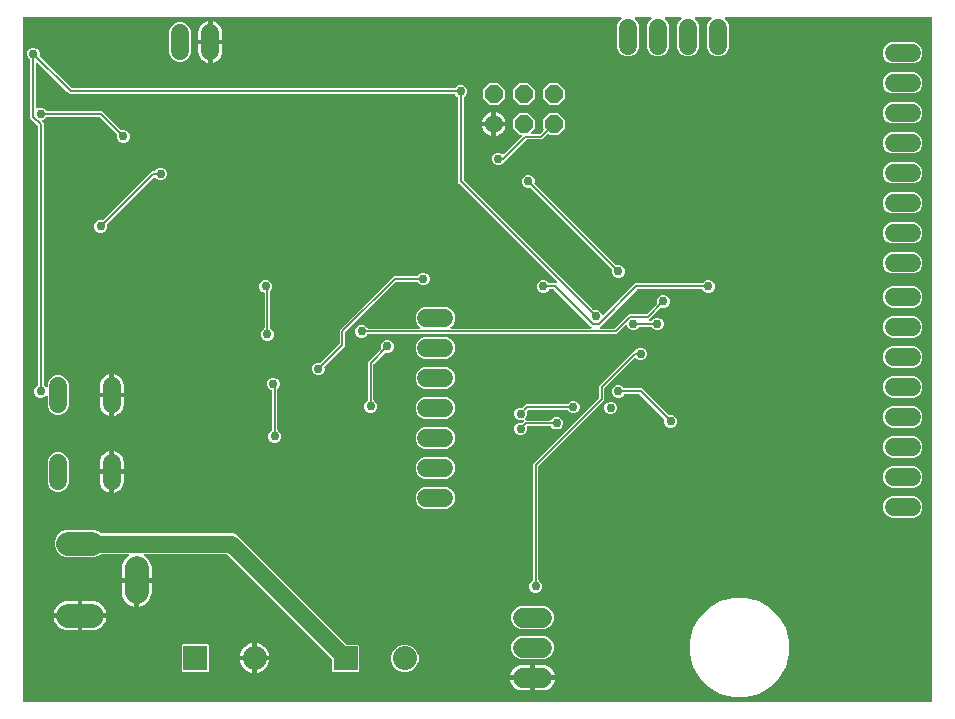
<source format=gbr>
G04 EAGLE Gerber RS-274X export*
G75*
%MOMM*%
%FSLAX34Y34*%
%LPD*%
%INBottom Copper*%
%IPPOS*%
%AMOC8*
5,1,8,0,0,1.08239X$1,22.5*%
G01*
%ADD10C,2.000000*%
%ADD11C,1.524000*%
%ADD12C,1.524000*%
%ADD13P,1.649562X8X22.500000*%
%ADD14C,1.676400*%
%ADD15R,2.032000X2.032000*%
%ADD16C,2.032000*%
%ADD17C,0.756400*%
%ADD18C,0.152400*%
%ADD19C,0.200000*%
%ADD20C,1.422400*%

G36*
X779354Y10170D02*
X779354Y10170D01*
X779418Y10169D01*
X779493Y10190D01*
X779569Y10201D01*
X779628Y10227D01*
X779690Y10244D01*
X779756Y10285D01*
X779826Y10317D01*
X779875Y10359D01*
X779930Y10392D01*
X779982Y10450D01*
X780040Y10500D01*
X780076Y10554D01*
X780119Y10602D01*
X780152Y10671D01*
X780195Y10736D01*
X780214Y10798D01*
X780242Y10855D01*
X780253Y10925D01*
X780277Y11006D01*
X780278Y11091D01*
X780289Y11160D01*
X780289Y588840D01*
X780280Y588904D01*
X780281Y588968D01*
X780260Y589043D01*
X780249Y589119D01*
X780223Y589178D01*
X780206Y589240D01*
X780165Y589306D01*
X780133Y589376D01*
X780091Y589425D01*
X780058Y589480D01*
X780000Y589532D01*
X779950Y589590D01*
X779896Y589626D01*
X779848Y589669D01*
X779779Y589702D01*
X779714Y589745D01*
X779652Y589764D01*
X779595Y589792D01*
X779525Y589803D01*
X779444Y589827D01*
X779359Y589828D01*
X779290Y589839D01*
X605576Y589839D01*
X605544Y589835D01*
X605512Y589837D01*
X605405Y589815D01*
X605297Y589799D01*
X605267Y589786D01*
X605236Y589780D01*
X605139Y589728D01*
X605040Y589683D01*
X605015Y589662D01*
X604987Y589647D01*
X604908Y589571D01*
X604825Y589500D01*
X604808Y589473D01*
X604785Y589450D01*
X604731Y589355D01*
X604671Y589264D01*
X604661Y589233D01*
X604646Y589205D01*
X604620Y589099D01*
X604588Y588994D01*
X604588Y588962D01*
X604581Y588931D01*
X604586Y588821D01*
X604585Y588712D01*
X604593Y588681D01*
X604595Y588649D01*
X604631Y588546D01*
X604660Y588440D01*
X604677Y588413D01*
X604687Y588382D01*
X604741Y588309D01*
X604808Y588200D01*
X604844Y588168D01*
X604869Y588133D01*
X606753Y586250D01*
X608145Y582889D01*
X608145Y564011D01*
X606753Y560650D01*
X604180Y558077D01*
X600819Y556685D01*
X597181Y556685D01*
X593820Y558077D01*
X591247Y560650D01*
X589855Y564011D01*
X589855Y582889D01*
X591247Y586250D01*
X593131Y588133D01*
X593150Y588159D01*
X593175Y588180D01*
X593235Y588272D01*
X593300Y588359D01*
X593311Y588389D01*
X593329Y588416D01*
X593361Y588521D01*
X593400Y588623D01*
X593402Y588655D01*
X593412Y588686D01*
X593413Y588795D01*
X593421Y588904D01*
X593415Y588936D01*
X593415Y588968D01*
X593386Y589073D01*
X593364Y589180D01*
X593349Y589209D01*
X593340Y589240D01*
X593283Y589333D01*
X593231Y589429D01*
X593209Y589452D01*
X593192Y589480D01*
X593111Y589553D01*
X593035Y589631D01*
X593007Y589647D01*
X592983Y589669D01*
X592884Y589716D01*
X592789Y589770D01*
X592758Y589778D01*
X592729Y589792D01*
X592640Y589806D01*
X592515Y589835D01*
X592466Y589833D01*
X592424Y589839D01*
X580176Y589839D01*
X580144Y589835D01*
X580112Y589837D01*
X580005Y589815D01*
X579897Y589799D01*
X579867Y589786D01*
X579836Y589780D01*
X579739Y589728D01*
X579640Y589683D01*
X579615Y589662D01*
X579587Y589647D01*
X579508Y589571D01*
X579425Y589500D01*
X579408Y589473D01*
X579385Y589450D01*
X579331Y589355D01*
X579271Y589264D01*
X579261Y589233D01*
X579246Y589205D01*
X579220Y589099D01*
X579188Y588994D01*
X579188Y588962D01*
X579181Y588931D01*
X579186Y588821D01*
X579185Y588712D01*
X579193Y588681D01*
X579195Y588649D01*
X579231Y588546D01*
X579260Y588440D01*
X579277Y588413D01*
X579287Y588382D01*
X579341Y588309D01*
X579408Y588200D01*
X579444Y588168D01*
X579469Y588133D01*
X581353Y586250D01*
X582745Y582889D01*
X582745Y564011D01*
X581353Y560650D01*
X578780Y558077D01*
X575419Y556685D01*
X571781Y556685D01*
X568420Y558077D01*
X565847Y560650D01*
X564455Y564011D01*
X564455Y582889D01*
X565847Y586250D01*
X567731Y588133D01*
X567750Y588159D01*
X567775Y588180D01*
X567835Y588272D01*
X567900Y588359D01*
X567911Y588389D01*
X567929Y588416D01*
X567961Y588521D01*
X568000Y588623D01*
X568002Y588655D01*
X568012Y588686D01*
X568013Y588795D01*
X568021Y588904D01*
X568015Y588936D01*
X568015Y588968D01*
X567986Y589073D01*
X567964Y589180D01*
X567949Y589209D01*
X567940Y589240D01*
X567883Y589333D01*
X567831Y589429D01*
X567809Y589452D01*
X567792Y589480D01*
X567711Y589553D01*
X567635Y589631D01*
X567607Y589647D01*
X567583Y589669D01*
X567484Y589716D01*
X567389Y589770D01*
X567358Y589778D01*
X567329Y589792D01*
X567240Y589806D01*
X567115Y589835D01*
X567066Y589833D01*
X567024Y589839D01*
X554776Y589839D01*
X554744Y589835D01*
X554712Y589837D01*
X554605Y589815D01*
X554497Y589799D01*
X554467Y589786D01*
X554436Y589780D01*
X554339Y589728D01*
X554240Y589683D01*
X554215Y589662D01*
X554187Y589647D01*
X554108Y589571D01*
X554025Y589500D01*
X554008Y589473D01*
X553985Y589450D01*
X553931Y589355D01*
X553871Y589264D01*
X553861Y589233D01*
X553846Y589205D01*
X553820Y589099D01*
X553788Y588994D01*
X553788Y588962D01*
X553781Y588931D01*
X553786Y588821D01*
X553785Y588712D01*
X553793Y588681D01*
X553795Y588649D01*
X553831Y588546D01*
X553860Y588440D01*
X553877Y588413D01*
X553887Y588382D01*
X553941Y588309D01*
X554008Y588200D01*
X554044Y588168D01*
X554069Y588133D01*
X555953Y586250D01*
X557345Y582889D01*
X557345Y564011D01*
X555953Y560650D01*
X553380Y558077D01*
X550019Y556685D01*
X546381Y556685D01*
X543020Y558077D01*
X540447Y560650D01*
X539055Y564011D01*
X539055Y582889D01*
X540447Y586250D01*
X542331Y588133D01*
X542350Y588159D01*
X542375Y588180D01*
X542435Y588272D01*
X542500Y588359D01*
X542511Y588389D01*
X542529Y588416D01*
X542561Y588521D01*
X542600Y588623D01*
X542602Y588655D01*
X542612Y588686D01*
X542613Y588795D01*
X542621Y588904D01*
X542615Y588936D01*
X542615Y588968D01*
X542586Y589073D01*
X542564Y589180D01*
X542549Y589209D01*
X542540Y589240D01*
X542483Y589333D01*
X542431Y589429D01*
X542409Y589452D01*
X542392Y589480D01*
X542311Y589553D01*
X542235Y589631D01*
X542207Y589647D01*
X542183Y589669D01*
X542084Y589716D01*
X541989Y589770D01*
X541958Y589778D01*
X541929Y589792D01*
X541840Y589806D01*
X541715Y589835D01*
X541666Y589833D01*
X541624Y589839D01*
X529376Y589839D01*
X529344Y589835D01*
X529312Y589837D01*
X529205Y589815D01*
X529097Y589799D01*
X529067Y589786D01*
X529036Y589780D01*
X528939Y589728D01*
X528840Y589683D01*
X528815Y589662D01*
X528787Y589647D01*
X528708Y589571D01*
X528625Y589500D01*
X528608Y589473D01*
X528585Y589450D01*
X528531Y589355D01*
X528471Y589264D01*
X528461Y589233D01*
X528446Y589205D01*
X528420Y589099D01*
X528388Y588994D01*
X528388Y588962D01*
X528381Y588931D01*
X528386Y588821D01*
X528385Y588712D01*
X528393Y588681D01*
X528395Y588649D01*
X528431Y588546D01*
X528460Y588440D01*
X528477Y588413D01*
X528487Y588382D01*
X528541Y588309D01*
X528608Y588200D01*
X528644Y588168D01*
X528669Y588133D01*
X530553Y586250D01*
X531945Y582889D01*
X531945Y564011D01*
X530553Y560650D01*
X527980Y558077D01*
X524619Y556685D01*
X520981Y556685D01*
X517620Y558077D01*
X515047Y560650D01*
X513655Y564011D01*
X513655Y582889D01*
X515047Y586250D01*
X516931Y588133D01*
X516950Y588159D01*
X516975Y588180D01*
X517035Y588272D01*
X517100Y588359D01*
X517111Y588389D01*
X517129Y588416D01*
X517161Y588521D01*
X517200Y588623D01*
X517202Y588655D01*
X517212Y588686D01*
X517213Y588795D01*
X517221Y588904D01*
X517215Y588936D01*
X517215Y588968D01*
X517186Y589073D01*
X517164Y589180D01*
X517149Y589209D01*
X517140Y589240D01*
X517083Y589333D01*
X517031Y589429D01*
X517009Y589452D01*
X516992Y589480D01*
X516911Y589553D01*
X516835Y589631D01*
X516807Y589647D01*
X516783Y589669D01*
X516684Y589716D01*
X516589Y589770D01*
X516558Y589778D01*
X516529Y589792D01*
X516440Y589806D01*
X516315Y589835D01*
X516266Y589833D01*
X516224Y589839D01*
X11160Y589839D01*
X11096Y589830D01*
X11032Y589831D01*
X10957Y589810D01*
X10881Y589799D01*
X10822Y589773D01*
X10760Y589756D01*
X10694Y589715D01*
X10624Y589683D01*
X10575Y589641D01*
X10520Y589608D01*
X10468Y589550D01*
X10410Y589500D01*
X10374Y589446D01*
X10331Y589398D01*
X10298Y589329D01*
X10255Y589264D01*
X10236Y589202D01*
X10208Y589145D01*
X10197Y589075D01*
X10173Y588994D01*
X10172Y588909D01*
X10161Y588840D01*
X10161Y11160D01*
X10170Y11096D01*
X10169Y11032D01*
X10190Y10957D01*
X10201Y10881D01*
X10227Y10822D01*
X10244Y10760D01*
X10285Y10694D01*
X10317Y10624D01*
X10359Y10575D01*
X10392Y10520D01*
X10450Y10468D01*
X10500Y10410D01*
X10554Y10374D01*
X10602Y10331D01*
X10671Y10298D01*
X10736Y10255D01*
X10798Y10236D01*
X10855Y10208D01*
X10925Y10197D01*
X11006Y10173D01*
X11091Y10172D01*
X11160Y10161D01*
X779290Y10161D01*
X779354Y10170D01*
G37*
%LPC*%
G36*
X38475Y253247D02*
X38475Y253247D01*
X35114Y254639D01*
X32541Y257212D01*
X31149Y260573D01*
X31149Y268882D01*
X31145Y268914D01*
X31147Y268946D01*
X31125Y269053D01*
X31109Y269161D01*
X31096Y269191D01*
X31090Y269222D01*
X31038Y269319D01*
X30993Y269418D01*
X30972Y269443D01*
X30957Y269471D01*
X30881Y269549D01*
X30810Y269632D01*
X30783Y269650D01*
X30760Y269673D01*
X30665Y269727D01*
X30574Y269787D01*
X30543Y269796D01*
X30515Y269812D01*
X30409Y269837D01*
X30304Y269869D01*
X30272Y269870D01*
X30241Y269877D01*
X30131Y269872D01*
X30022Y269873D01*
X29991Y269864D01*
X29959Y269863D01*
X29856Y269827D01*
X29750Y269798D01*
X29723Y269781D01*
X29692Y269770D01*
X29619Y269717D01*
X29510Y269650D01*
X29478Y269614D01*
X29443Y269589D01*
X28406Y268551D01*
X26456Y267743D01*
X24344Y267743D01*
X22394Y268551D01*
X20901Y270044D01*
X20093Y271994D01*
X20093Y274106D01*
X20901Y276056D01*
X22453Y277608D01*
X22501Y277636D01*
X22508Y277643D01*
X22516Y277648D01*
X22604Y277746D01*
X22694Y277842D01*
X22698Y277850D01*
X22705Y277857D01*
X22762Y277976D01*
X22822Y278093D01*
X22824Y278103D01*
X22828Y278111D01*
X22840Y278188D01*
X22874Y278371D01*
X22872Y278394D01*
X22875Y278416D01*
X22875Y497622D01*
X22862Y497717D01*
X22857Y497813D01*
X22842Y497856D01*
X22835Y497901D01*
X22796Y497989D01*
X22764Y498080D01*
X22739Y498114D01*
X22719Y498158D01*
X22636Y498256D01*
X22583Y498329D01*
X16569Y504342D01*
X16569Y553416D01*
X16568Y553425D01*
X16569Y553435D01*
X16548Y553565D01*
X16529Y553695D01*
X16526Y553704D01*
X16524Y553713D01*
X16467Y553832D01*
X16413Y553952D01*
X16407Y553959D01*
X16403Y553968D01*
X16315Y554066D01*
X16230Y554166D01*
X16222Y554172D01*
X16216Y554179D01*
X16150Y554219D01*
X16082Y554263D01*
X14551Y555794D01*
X13743Y557744D01*
X13743Y559856D01*
X14551Y561806D01*
X16044Y563299D01*
X17994Y564107D01*
X20106Y564107D01*
X22056Y563299D01*
X23549Y561806D01*
X24357Y559856D01*
X24357Y557661D01*
X24343Y557607D01*
X24343Y557597D01*
X24341Y557588D01*
X24348Y557456D01*
X24352Y557325D01*
X24355Y557316D01*
X24355Y557306D01*
X24399Y557181D01*
X24439Y557057D01*
X24445Y557049D01*
X24448Y557040D01*
X24493Y556977D01*
X24598Y556824D01*
X24617Y556809D01*
X24630Y556791D01*
X51553Y529867D01*
X51630Y529810D01*
X51701Y529745D01*
X51742Y529725D01*
X51779Y529698D01*
X51869Y529664D01*
X51955Y529622D01*
X51997Y529616D01*
X52043Y529599D01*
X52170Y529589D01*
X52260Y529575D01*
X375634Y529575D01*
X375644Y529576D01*
X375653Y529575D01*
X375783Y529596D01*
X375913Y529615D01*
X375922Y529618D01*
X375931Y529620D01*
X376051Y529677D01*
X376170Y529731D01*
X376177Y529737D01*
X376186Y529741D01*
X376285Y529829D01*
X376385Y529914D01*
X376390Y529922D01*
X376397Y529928D01*
X376433Y529988D01*
X377994Y531549D01*
X379944Y532357D01*
X382056Y532357D01*
X384006Y531549D01*
X385499Y530056D01*
X386307Y528106D01*
X386307Y525994D01*
X385499Y524044D01*
X383947Y522492D01*
X383899Y522464D01*
X383892Y522457D01*
X383884Y522452D01*
X383796Y522354D01*
X383706Y522258D01*
X383702Y522250D01*
X383695Y522243D01*
X383638Y522124D01*
X383578Y522007D01*
X383576Y521997D01*
X383572Y521989D01*
X383560Y521912D01*
X383526Y521729D01*
X383528Y521706D01*
X383525Y521684D01*
X383525Y452310D01*
X383538Y452215D01*
X383543Y452119D01*
X383558Y452075D01*
X383565Y452030D01*
X383604Y451943D01*
X383636Y451852D01*
X383661Y451818D01*
X383681Y451774D01*
X383764Y451676D01*
X383817Y451603D01*
X493291Y342130D01*
X493299Y342124D01*
X493305Y342116D01*
X493412Y342039D01*
X493517Y341960D01*
X493526Y341957D01*
X493533Y341951D01*
X493657Y341907D01*
X493780Y341861D01*
X493790Y341860D01*
X493799Y341857D01*
X493931Y341849D01*
X494062Y341839D01*
X494071Y341841D01*
X494081Y341840D01*
X494148Y341857D01*
X496356Y341857D01*
X498306Y341049D01*
X499799Y339556D01*
X500356Y338212D01*
X500416Y338110D01*
X500472Y338005D01*
X500488Y337989D01*
X500499Y337969D01*
X500586Y337888D01*
X500668Y337803D01*
X500688Y337792D01*
X500705Y337776D01*
X500811Y337723D01*
X500914Y337664D01*
X500936Y337659D01*
X500956Y337649D01*
X501073Y337627D01*
X501188Y337599D01*
X501211Y337600D01*
X501233Y337596D01*
X501351Y337607D01*
X501470Y337614D01*
X501492Y337621D01*
X501514Y337623D01*
X501624Y337667D01*
X501736Y337706D01*
X501754Y337719D01*
X501776Y337728D01*
X501923Y337843D01*
X501985Y337888D01*
X528572Y364475D01*
X585184Y364475D01*
X585194Y364476D01*
X585203Y364475D01*
X585333Y364496D01*
X585463Y364515D01*
X585472Y364518D01*
X585481Y364520D01*
X585601Y364577D01*
X585720Y364631D01*
X585727Y364637D01*
X585736Y364641D01*
X585835Y364729D01*
X585935Y364814D01*
X585940Y364822D01*
X585947Y364828D01*
X585983Y364888D01*
X587544Y366449D01*
X589494Y367257D01*
X591606Y367257D01*
X593556Y366449D01*
X595049Y364956D01*
X595857Y363006D01*
X595857Y360894D01*
X595049Y358944D01*
X593556Y357451D01*
X591606Y356643D01*
X589494Y356643D01*
X587544Y357451D01*
X585992Y359003D01*
X585964Y359051D01*
X585957Y359058D01*
X585952Y359066D01*
X585854Y359154D01*
X585758Y359244D01*
X585750Y359248D01*
X585743Y359255D01*
X585624Y359312D01*
X585507Y359372D01*
X585497Y359374D01*
X585489Y359378D01*
X585412Y359390D01*
X585229Y359424D01*
X585206Y359422D01*
X585184Y359425D01*
X531078Y359425D01*
X530983Y359412D01*
X530887Y359407D01*
X530844Y359392D01*
X530799Y359385D01*
X530711Y359346D01*
X530620Y359314D01*
X530586Y359289D01*
X530542Y359269D01*
X530444Y359186D01*
X530371Y359133D01*
X499081Y327843D01*
X499062Y327817D01*
X499037Y327796D01*
X498977Y327704D01*
X498912Y327617D01*
X498900Y327587D01*
X498883Y327560D01*
X498851Y327455D01*
X498812Y327353D01*
X498810Y327321D01*
X498800Y327290D01*
X498799Y327181D01*
X498791Y327072D01*
X498797Y327040D01*
X498797Y327008D01*
X498826Y326903D01*
X498848Y326796D01*
X498863Y326767D01*
X498872Y326736D01*
X498929Y326643D01*
X498981Y326547D01*
X499003Y326524D01*
X499020Y326496D01*
X499101Y326423D01*
X499177Y326345D01*
X499205Y326329D01*
X499229Y326307D01*
X499328Y326260D01*
X499423Y326206D01*
X499454Y326198D01*
X499483Y326184D01*
X499572Y326170D01*
X499697Y326141D01*
X499746Y326143D01*
X499788Y326137D01*
X510757Y326137D01*
X510852Y326150D01*
X510949Y326155D01*
X510992Y326170D01*
X511037Y326177D01*
X511124Y326216D01*
X511215Y326248D01*
X511249Y326273D01*
X511294Y326293D01*
X511391Y326376D01*
X511464Y326429D01*
X523589Y338555D01*
X538107Y338555D01*
X538202Y338568D01*
X538298Y338573D01*
X538341Y338588D01*
X538386Y338595D01*
X538474Y338634D01*
X538564Y338666D01*
X538599Y338691D01*
X538643Y338711D01*
X538740Y338794D01*
X538813Y338847D01*
X546969Y347003D01*
X546975Y347011D01*
X546982Y347016D01*
X547059Y347123D01*
X547138Y347229D01*
X547142Y347238D01*
X547147Y347245D01*
X547191Y347369D01*
X547238Y347492D01*
X547239Y347502D01*
X547242Y347511D01*
X547250Y347642D01*
X547260Y347774D01*
X547258Y347783D01*
X547258Y347792D01*
X547240Y347867D01*
X547202Y348050D01*
X547191Y348071D01*
X547186Y348092D01*
X547143Y348194D01*
X547143Y350306D01*
X547951Y352256D01*
X549444Y353749D01*
X551394Y354557D01*
X553506Y354557D01*
X555456Y353749D01*
X556949Y352256D01*
X557757Y350306D01*
X557757Y348194D01*
X556949Y346244D01*
X555456Y344751D01*
X553506Y343943D01*
X551394Y343943D01*
X551292Y343986D01*
X551283Y343988D01*
X551275Y343993D01*
X551146Y344023D01*
X551019Y344056D01*
X551009Y344055D01*
X551000Y344058D01*
X550867Y344051D01*
X550737Y344047D01*
X550728Y344044D01*
X550718Y344043D01*
X550594Y344000D01*
X550469Y343959D01*
X550461Y343954D01*
X550452Y343951D01*
X550390Y343905D01*
X550236Y343800D01*
X550220Y343782D01*
X550203Y343769D01*
X542048Y335614D01*
X542047Y335613D01*
X540626Y334193D01*
X540607Y334167D01*
X540583Y334146D01*
X540523Y334054D01*
X540457Y333967D01*
X540446Y333937D01*
X540428Y333910D01*
X540396Y333805D01*
X540358Y333703D01*
X540355Y333671D01*
X540346Y333640D01*
X540344Y333531D01*
X540336Y333422D01*
X540342Y333390D01*
X540342Y333358D01*
X540371Y333253D01*
X540393Y333146D01*
X540409Y333117D01*
X540417Y333086D01*
X540475Y332993D01*
X540526Y332897D01*
X540548Y332874D01*
X540565Y332846D01*
X540646Y332773D01*
X540723Y332695D01*
X540751Y332679D01*
X540775Y332657D01*
X540873Y332610D01*
X540968Y332556D01*
X540999Y332548D01*
X541028Y332534D01*
X541118Y332520D01*
X541243Y332491D01*
X541291Y332493D01*
X541333Y332487D01*
X541906Y332487D01*
X541915Y332488D01*
X541924Y332487D01*
X542054Y332508D01*
X542185Y332527D01*
X542193Y332530D01*
X542203Y332532D01*
X542322Y332589D01*
X542442Y332643D01*
X542449Y332649D01*
X542458Y332653D01*
X542556Y332741D01*
X542656Y332826D01*
X542661Y332834D01*
X542668Y332840D01*
X542708Y332906D01*
X542810Y333062D01*
X542818Y333085D01*
X542829Y333104D01*
X542871Y333206D01*
X544364Y334699D01*
X546314Y335507D01*
X548426Y335507D01*
X550376Y334699D01*
X551869Y333206D01*
X552677Y331256D01*
X552677Y329144D01*
X551869Y327194D01*
X550376Y325701D01*
X548426Y324893D01*
X546314Y324893D01*
X544364Y325701D01*
X542871Y327194D01*
X542829Y327296D01*
X542824Y327305D01*
X542821Y327314D01*
X542752Y327426D01*
X542685Y327539D01*
X542678Y327546D01*
X542673Y327554D01*
X542576Y327642D01*
X542479Y327732D01*
X542471Y327736D01*
X542464Y327743D01*
X542345Y327800D01*
X542228Y327860D01*
X542219Y327862D01*
X542210Y327866D01*
X542134Y327878D01*
X541951Y327912D01*
X541927Y327910D01*
X541906Y327913D01*
X532514Y327913D01*
X532505Y327912D01*
X532496Y327913D01*
X532366Y327892D01*
X532235Y327873D01*
X532227Y327870D01*
X532217Y327868D01*
X532098Y327811D01*
X531978Y327757D01*
X531971Y327751D01*
X531962Y327747D01*
X531864Y327659D01*
X531764Y327574D01*
X531759Y327566D01*
X531752Y327560D01*
X531712Y327494D01*
X531610Y327338D01*
X531602Y327315D01*
X531591Y327296D01*
X531549Y327194D01*
X530056Y325701D01*
X528106Y324893D01*
X525994Y324893D01*
X524044Y325701D01*
X522551Y327194D01*
X521994Y328538D01*
X521934Y328640D01*
X521878Y328745D01*
X521862Y328761D01*
X521851Y328781D01*
X521764Y328862D01*
X521682Y328947D01*
X521662Y328958D01*
X521645Y328974D01*
X521539Y329028D01*
X521436Y329086D01*
X521414Y329091D01*
X521394Y329101D01*
X521277Y329123D01*
X521162Y329151D01*
X521139Y329150D01*
X521117Y329154D01*
X520999Y329143D01*
X520880Y329136D01*
X520858Y329129D01*
X520836Y329127D01*
X520726Y329083D01*
X520614Y329044D01*
X520596Y329031D01*
X520574Y329022D01*
X520427Y328907D01*
X520365Y328862D01*
X513066Y321563D01*
X302644Y321563D01*
X302635Y321562D01*
X302626Y321563D01*
X302496Y321542D01*
X302365Y321523D01*
X302357Y321520D01*
X302347Y321518D01*
X302228Y321461D01*
X302108Y321407D01*
X302101Y321401D01*
X302092Y321397D01*
X301994Y321309D01*
X301894Y321224D01*
X301889Y321216D01*
X301882Y321210D01*
X301841Y321143D01*
X301740Y320988D01*
X301732Y320965D01*
X301721Y320946D01*
X301679Y320844D01*
X300186Y319351D01*
X298236Y318543D01*
X296124Y318543D01*
X294174Y319351D01*
X292681Y320844D01*
X291873Y322794D01*
X291873Y324906D01*
X292681Y326856D01*
X294174Y328349D01*
X296124Y329157D01*
X298236Y329157D01*
X300186Y328349D01*
X301679Y326856D01*
X301721Y326754D01*
X301726Y326745D01*
X301729Y326736D01*
X301798Y326624D01*
X301865Y326511D01*
X301872Y326504D01*
X301877Y326496D01*
X301975Y326407D01*
X302071Y326318D01*
X302079Y326314D01*
X302086Y326307D01*
X302205Y326250D01*
X302322Y326190D01*
X302331Y326188D01*
X302340Y326184D01*
X302416Y326172D01*
X302599Y326138D01*
X302623Y326140D01*
X302644Y326137D01*
X345798Y326137D01*
X345830Y326141D01*
X345862Y326139D01*
X345969Y326161D01*
X346077Y326177D01*
X346107Y326190D01*
X346138Y326196D01*
X346235Y326248D01*
X346334Y326293D01*
X346359Y326314D01*
X346387Y326329D01*
X346466Y326405D01*
X346549Y326476D01*
X346566Y326503D01*
X346589Y326526D01*
X346643Y326621D01*
X346703Y326712D01*
X346713Y326743D01*
X346728Y326771D01*
X346754Y326877D01*
X346786Y326982D01*
X346786Y327014D01*
X346793Y327045D01*
X346788Y327155D01*
X346789Y327264D01*
X346781Y327295D01*
X346779Y327327D01*
X346743Y327430D01*
X346714Y327536D01*
X346697Y327563D01*
X346687Y327594D01*
X346633Y327667D01*
X346566Y327776D01*
X346530Y327808D01*
X346505Y327843D01*
X344127Y330220D01*
X342735Y333581D01*
X342735Y337219D01*
X344127Y340580D01*
X346700Y343153D01*
X350061Y344545D01*
X368939Y344545D01*
X372300Y343153D01*
X374873Y340580D01*
X376265Y337219D01*
X376265Y333581D01*
X374873Y330220D01*
X372495Y327843D01*
X372476Y327817D01*
X372451Y327796D01*
X372391Y327704D01*
X372326Y327617D01*
X372315Y327587D01*
X372297Y327560D01*
X372265Y327455D01*
X372226Y327353D01*
X372224Y327321D01*
X372214Y327290D01*
X372213Y327181D01*
X372205Y327072D01*
X372211Y327040D01*
X372211Y327008D01*
X372240Y326903D01*
X372262Y326796D01*
X372277Y326767D01*
X372286Y326736D01*
X372343Y326643D01*
X372395Y326547D01*
X372417Y326524D01*
X372434Y326496D01*
X372515Y326423D01*
X372591Y326345D01*
X372619Y326329D01*
X372643Y326307D01*
X372742Y326260D01*
X372837Y326206D01*
X372868Y326198D01*
X372897Y326184D01*
X372986Y326170D01*
X373111Y326141D01*
X373160Y326143D01*
X373202Y326137D01*
X490812Y326137D01*
X490844Y326141D01*
X490876Y326139D01*
X490983Y326161D01*
X491092Y326177D01*
X491121Y326190D01*
X491152Y326196D01*
X491249Y326248D01*
X491348Y326293D01*
X491373Y326314D01*
X491401Y326329D01*
X491480Y326405D01*
X491563Y326476D01*
X491580Y326503D01*
X491603Y326526D01*
X491657Y326621D01*
X491717Y326712D01*
X491727Y326743D01*
X491743Y326771D01*
X491768Y326878D01*
X491800Y326982D01*
X491800Y327014D01*
X491807Y327045D01*
X491802Y327155D01*
X491803Y327264D01*
X491795Y327295D01*
X491793Y327327D01*
X491757Y327430D01*
X491728Y327536D01*
X491711Y327563D01*
X491701Y327594D01*
X491647Y327667D01*
X491580Y327776D01*
X491544Y327808D01*
X491519Y327843D01*
X460229Y359133D01*
X460152Y359190D01*
X460081Y359255D01*
X460040Y359275D01*
X460003Y359302D01*
X459913Y359336D01*
X459827Y359378D01*
X459785Y359384D01*
X459739Y359401D01*
X459612Y359411D01*
X459522Y359425D01*
X456216Y359425D01*
X456206Y359424D01*
X456197Y359425D01*
X456067Y359404D01*
X455937Y359385D01*
X455928Y359382D01*
X455919Y359380D01*
X455799Y359323D01*
X455680Y359269D01*
X455673Y359263D01*
X455664Y359259D01*
X455565Y359171D01*
X455465Y359086D01*
X455460Y359078D01*
X455453Y359072D01*
X455417Y359012D01*
X453856Y357451D01*
X451906Y356643D01*
X449794Y356643D01*
X447844Y357451D01*
X446351Y358944D01*
X445543Y360894D01*
X445543Y363006D01*
X446351Y364956D01*
X447844Y366449D01*
X449794Y367257D01*
X451906Y367257D01*
X453856Y366449D01*
X455408Y364897D01*
X455436Y364849D01*
X455443Y364842D01*
X455448Y364834D01*
X455546Y364746D01*
X455642Y364656D01*
X455650Y364652D01*
X455657Y364645D01*
X455776Y364588D01*
X455893Y364528D01*
X455903Y364526D01*
X455911Y364522D01*
X455988Y364510D01*
X456171Y364476D01*
X456194Y364478D01*
X456216Y364475D01*
X461392Y364475D01*
X461424Y364479D01*
X461456Y364477D01*
X461563Y364499D01*
X461672Y364515D01*
X461701Y364528D01*
X461733Y364534D01*
X461829Y364586D01*
X461929Y364631D01*
X461953Y364652D01*
X461981Y364667D01*
X462060Y364743D01*
X462143Y364814D01*
X462160Y364841D01*
X462184Y364864D01*
X462237Y364959D01*
X462297Y365050D01*
X462307Y365081D01*
X462323Y365109D01*
X462348Y365216D01*
X462380Y365320D01*
X462380Y365352D01*
X462388Y365383D01*
X462382Y365493D01*
X462383Y365602D01*
X462375Y365633D01*
X462373Y365665D01*
X462337Y365768D01*
X462308Y365874D01*
X462291Y365901D01*
X462281Y365932D01*
X462227Y366005D01*
X462160Y366114D01*
X462124Y366146D01*
X462099Y366181D01*
X378475Y449804D01*
X378475Y521684D01*
X378474Y521694D01*
X378475Y521703D01*
X378454Y521833D01*
X378435Y521963D01*
X378432Y521972D01*
X378430Y521981D01*
X378373Y522101D01*
X378319Y522220D01*
X378313Y522227D01*
X378309Y522236D01*
X378221Y522335D01*
X378136Y522435D01*
X378128Y522440D01*
X378122Y522447D01*
X378062Y522483D01*
X376442Y524103D01*
X376414Y524151D01*
X376407Y524158D01*
X376402Y524166D01*
X376304Y524254D01*
X376208Y524344D01*
X376200Y524348D01*
X376193Y524355D01*
X376074Y524412D01*
X375957Y524472D01*
X375947Y524474D01*
X375939Y524478D01*
X375862Y524490D01*
X375679Y524524D01*
X375656Y524522D01*
X375634Y524525D01*
X49754Y524525D01*
X47983Y526297D01*
X23325Y550955D01*
X23299Y550974D01*
X23278Y550999D01*
X23186Y551059D01*
X23099Y551124D01*
X23069Y551136D01*
X23042Y551153D01*
X22937Y551185D01*
X22835Y551224D01*
X22803Y551226D01*
X22772Y551236D01*
X22663Y551237D01*
X22554Y551246D01*
X22522Y551239D01*
X22490Y551239D01*
X22385Y551210D01*
X22278Y551188D01*
X22249Y551173D01*
X22218Y551164D01*
X22125Y551107D01*
X22029Y551055D01*
X22006Y551033D01*
X21978Y551016D01*
X21905Y550935D01*
X21827Y550859D01*
X21811Y550831D01*
X21789Y550807D01*
X21742Y550708D01*
X21688Y550613D01*
X21680Y550582D01*
X21666Y550553D01*
X21652Y550464D01*
X21623Y550339D01*
X21625Y550290D01*
X21619Y550248D01*
X21619Y513673D01*
X21635Y513556D01*
X21647Y513438D01*
X21655Y513416D01*
X21659Y513394D01*
X21707Y513286D01*
X21751Y513176D01*
X21765Y513158D01*
X21775Y513137D01*
X21852Y513047D01*
X21925Y512953D01*
X21943Y512940D01*
X21958Y512923D01*
X22058Y512858D01*
X22154Y512788D01*
X22175Y512781D01*
X22194Y512768D01*
X22308Y512734D01*
X22419Y512694D01*
X22442Y512693D01*
X22464Y512686D01*
X22582Y512684D01*
X22701Y512677D01*
X22722Y512682D01*
X22746Y512682D01*
X22925Y512732D01*
X23000Y512750D01*
X24344Y513307D01*
X26456Y513307D01*
X28406Y512499D01*
X29958Y510947D01*
X29986Y510899D01*
X29993Y510892D01*
X29998Y510884D01*
X30096Y510796D01*
X30192Y510706D01*
X30200Y510702D01*
X30207Y510695D01*
X30326Y510638D01*
X30443Y510578D01*
X30453Y510576D01*
X30461Y510572D01*
X30538Y510560D01*
X30721Y510526D01*
X30744Y510528D01*
X30766Y510525D01*
X77246Y510525D01*
X93241Y494529D01*
X93249Y494524D01*
X93255Y494516D01*
X93361Y494439D01*
X93467Y494360D01*
X93476Y494357D01*
X93484Y494351D01*
X93607Y494307D01*
X93730Y494261D01*
X93740Y494260D01*
X93750Y494257D01*
X93881Y494249D01*
X94012Y494239D01*
X94021Y494241D01*
X94031Y494240D01*
X94099Y494257D01*
X96306Y494257D01*
X98256Y493449D01*
X99749Y491956D01*
X100557Y490006D01*
X100557Y487894D01*
X99749Y485944D01*
X98256Y484451D01*
X96306Y483643D01*
X94194Y483643D01*
X92244Y484451D01*
X90751Y485944D01*
X89943Y487894D01*
X89943Y490089D01*
X89957Y490142D01*
X89957Y490152D01*
X89959Y490162D01*
X89952Y490294D01*
X89948Y490424D01*
X89945Y490434D01*
X89945Y490444D01*
X89902Y490568D01*
X89861Y490693D01*
X89856Y490701D01*
X89852Y490710D01*
X89806Y490773D01*
X89702Y490926D01*
X89683Y490941D01*
X89671Y490959D01*
X75447Y505183D01*
X75370Y505240D01*
X75299Y505305D01*
X75258Y505325D01*
X75221Y505352D01*
X75131Y505386D01*
X75045Y505428D01*
X75003Y505434D01*
X74957Y505451D01*
X74830Y505461D01*
X74740Y505475D01*
X30766Y505475D01*
X30756Y505474D01*
X30747Y505475D01*
X30617Y505454D01*
X30487Y505435D01*
X30478Y505432D01*
X30469Y505430D01*
X30349Y505373D01*
X30230Y505319D01*
X30223Y505313D01*
X30214Y505309D01*
X30115Y505221D01*
X30015Y505136D01*
X30010Y505128D01*
X30003Y505122D01*
X29967Y505062D01*
X28406Y503501D01*
X27062Y502944D01*
X26960Y502884D01*
X26855Y502828D01*
X26839Y502812D01*
X26819Y502801D01*
X26738Y502714D01*
X26653Y502632D01*
X26642Y502612D01*
X26626Y502595D01*
X26573Y502489D01*
X26514Y502386D01*
X26509Y502364D01*
X26499Y502344D01*
X26476Y502227D01*
X26449Y502112D01*
X26450Y502089D01*
X26446Y502067D01*
X26458Y501949D01*
X26464Y501830D01*
X26471Y501809D01*
X26473Y501786D01*
X26517Y501676D01*
X26556Y501564D01*
X26569Y501546D01*
X26578Y501524D01*
X26692Y501377D01*
X26738Y501315D01*
X27925Y500128D01*
X27925Y278416D01*
X27926Y278406D01*
X27925Y278397D01*
X27946Y278267D01*
X27965Y278137D01*
X27968Y278128D01*
X27970Y278119D01*
X28027Y277999D01*
X28081Y277880D01*
X28087Y277873D01*
X28091Y277864D01*
X28179Y277765D01*
X28264Y277665D01*
X28272Y277660D01*
X28278Y277653D01*
X28338Y277617D01*
X29443Y276511D01*
X29469Y276492D01*
X29490Y276468D01*
X29582Y276408D01*
X29669Y276342D01*
X29699Y276331D01*
X29726Y276313D01*
X29831Y276281D01*
X29933Y276243D01*
X29965Y276240D01*
X29996Y276231D01*
X30105Y276229D01*
X30214Y276221D01*
X30246Y276227D01*
X30278Y276227D01*
X30383Y276256D01*
X30490Y276278D01*
X30519Y276294D01*
X30550Y276302D01*
X30643Y276359D01*
X30739Y276411D01*
X30762Y276433D01*
X30790Y276450D01*
X30863Y276531D01*
X30941Y276608D01*
X30957Y276636D01*
X30979Y276660D01*
X31026Y276758D01*
X31080Y276853D01*
X31088Y276884D01*
X31102Y276913D01*
X31116Y277003D01*
X31145Y277127D01*
X31143Y277176D01*
X31149Y277218D01*
X31149Y279451D01*
X32541Y282812D01*
X35114Y285385D01*
X38475Y286777D01*
X42113Y286777D01*
X45474Y285385D01*
X48047Y282812D01*
X49439Y279451D01*
X49439Y260573D01*
X48047Y257212D01*
X45474Y254639D01*
X42113Y253247D01*
X38475Y253247D01*
G37*
%LPD*%
%LPC*%
G36*
X272758Y35265D02*
X272758Y35265D01*
X271865Y36158D01*
X271865Y46007D01*
X271852Y46102D01*
X271847Y46198D01*
X271832Y46241D01*
X271825Y46286D01*
X271786Y46373D01*
X271754Y46464D01*
X271729Y46499D01*
X271709Y46543D01*
X271626Y46640D01*
X271573Y46713D01*
X183015Y135271D01*
X182938Y135328D01*
X182867Y135393D01*
X182826Y135413D01*
X182790Y135440D01*
X182700Y135474D01*
X182613Y135516D01*
X182571Y135522D01*
X182526Y135539D01*
X182398Y135549D01*
X182309Y135563D01*
X114044Y135563D01*
X113935Y135548D01*
X113825Y135539D01*
X113796Y135528D01*
X113765Y135523D01*
X113665Y135478D01*
X113561Y135439D01*
X113536Y135420D01*
X113508Y135407D01*
X113424Y135336D01*
X113336Y135269D01*
X113318Y135244D01*
X113294Y135224D01*
X113233Y135131D01*
X113167Y135043D01*
X113156Y135014D01*
X113139Y134988D01*
X113107Y134882D01*
X113068Y134779D01*
X113066Y134748D01*
X113057Y134718D01*
X113056Y134608D01*
X113047Y134498D01*
X113054Y134467D01*
X113053Y134436D01*
X113083Y134330D01*
X113106Y134222D01*
X113120Y134194D01*
X113128Y134164D01*
X113187Y134070D01*
X113239Y133973D01*
X113259Y133952D01*
X113277Y133924D01*
X113393Y133819D01*
X113457Y133756D01*
X114820Y132765D01*
X116215Y131370D01*
X117376Y129773D01*
X118272Y128014D01*
X118882Y126137D01*
X119191Y124187D01*
X119191Y115199D01*
X107650Y115199D01*
X107587Y115190D01*
X107522Y115191D01*
X107448Y115170D01*
X107371Y115159D01*
X107312Y115133D01*
X107250Y115116D01*
X107184Y115075D01*
X107114Y115043D01*
X107065Y115001D01*
X107010Y114968D01*
X106959Y114910D01*
X106900Y114860D01*
X106864Y114806D01*
X106821Y114758D01*
X106788Y114689D01*
X106745Y114624D01*
X106726Y114562D01*
X106698Y114505D01*
X106688Y114435D01*
X106663Y114354D01*
X106662Y114269D01*
X106651Y114200D01*
X106651Y113199D01*
X106649Y113199D01*
X106649Y114200D01*
X106640Y114264D01*
X106641Y114328D01*
X106620Y114403D01*
X106609Y114479D01*
X106583Y114538D01*
X106566Y114600D01*
X106525Y114666D01*
X106493Y114736D01*
X106451Y114785D01*
X106418Y114840D01*
X106360Y114892D01*
X106310Y114950D01*
X106256Y114986D01*
X106208Y115029D01*
X106139Y115062D01*
X106074Y115105D01*
X106012Y115124D01*
X105954Y115152D01*
X105885Y115162D01*
X105804Y115187D01*
X105719Y115188D01*
X105650Y115199D01*
X94109Y115199D01*
X94109Y124187D01*
X94384Y125919D01*
X94384Y125920D01*
X94418Y126137D01*
X95028Y128014D01*
X95924Y129773D01*
X97085Y131370D01*
X98480Y132765D01*
X99843Y133756D01*
X99922Y133832D01*
X100006Y133904D01*
X100023Y133930D01*
X100045Y133952D01*
X100100Y134048D01*
X100161Y134140D01*
X100170Y134170D01*
X100185Y134197D01*
X100211Y134304D01*
X100243Y134410D01*
X100243Y134441D01*
X100251Y134471D01*
X100245Y134582D01*
X100247Y134692D01*
X100238Y134722D01*
X100237Y134753D01*
X100201Y134857D01*
X100172Y134964D01*
X100155Y134990D01*
X100145Y135020D01*
X100081Y135110D01*
X100023Y135204D01*
X100000Y135225D01*
X99982Y135250D01*
X99896Y135319D01*
X99814Y135393D01*
X99786Y135406D01*
X99762Y135426D01*
X99660Y135468D01*
X99560Y135516D01*
X99531Y135520D01*
X99501Y135533D01*
X99344Y135549D01*
X99256Y135563D01*
X76726Y135563D01*
X76631Y135550D01*
X76534Y135545D01*
X76491Y135530D01*
X76446Y135523D01*
X76359Y135484D01*
X76268Y135452D01*
X76234Y135427D01*
X76189Y135407D01*
X76092Y135324D01*
X76019Y135271D01*
X75178Y134430D01*
X70942Y132675D01*
X46358Y132675D01*
X42122Y134430D01*
X38880Y137672D01*
X37125Y141908D01*
X37125Y146492D01*
X38880Y150728D01*
X42122Y153970D01*
X46358Y155725D01*
X70942Y155725D01*
X75178Y153970D01*
X76019Y153129D01*
X76096Y153072D01*
X76167Y153007D01*
X76208Y152987D01*
X76245Y152960D01*
X76335Y152926D01*
X76421Y152884D01*
X76463Y152878D01*
X76508Y152861D01*
X76636Y152851D01*
X76726Y152837D01*
X188018Y152837D01*
X191192Y151522D01*
X283787Y58927D01*
X283864Y58870D01*
X283935Y58805D01*
X283976Y58785D01*
X284012Y58758D01*
X284102Y58724D01*
X284189Y58682D01*
X284231Y58676D01*
X284276Y58659D01*
X284404Y58649D01*
X284493Y58635D01*
X294342Y58635D01*
X295235Y57742D01*
X295235Y36158D01*
X294342Y35265D01*
X272758Y35265D01*
G37*
%LPD*%
%LPC*%
G36*
X611492Y14239D02*
X611492Y14239D01*
X600833Y17095D01*
X591276Y22613D01*
X583473Y30416D01*
X577955Y39973D01*
X575099Y50632D01*
X575099Y61668D01*
X577955Y72327D01*
X583473Y81884D01*
X591276Y89687D01*
X600833Y95205D01*
X611492Y98061D01*
X622528Y98061D01*
X633187Y95205D01*
X642744Y89687D01*
X650547Y81884D01*
X656065Y72327D01*
X658921Y61668D01*
X658921Y50632D01*
X656065Y39973D01*
X650547Y30416D01*
X642744Y22613D01*
X633187Y17095D01*
X622528Y14239D01*
X611492Y14239D01*
G37*
%LPD*%
%LPC*%
G36*
X443444Y102643D02*
X443444Y102643D01*
X441494Y103451D01*
X440001Y104944D01*
X439193Y106894D01*
X439193Y109006D01*
X440001Y110956D01*
X441494Y112449D01*
X441596Y112491D01*
X441605Y112496D01*
X441614Y112499D01*
X441726Y112568D01*
X441839Y112635D01*
X441846Y112642D01*
X441854Y112647D01*
X441942Y112744D01*
X442032Y112841D01*
X442036Y112849D01*
X442043Y112856D01*
X442100Y112974D01*
X442160Y113092D01*
X442162Y113101D01*
X442166Y113110D01*
X442178Y113186D01*
X442212Y113369D01*
X442210Y113393D01*
X442213Y113414D01*
X442213Y211767D01*
X497801Y267355D01*
X497858Y267431D01*
X497923Y267503D01*
X497943Y267544D01*
X497970Y267580D01*
X498004Y267670D01*
X498046Y267757D01*
X498052Y267799D01*
X498069Y267844D01*
X498079Y267972D01*
X498093Y268061D01*
X498093Y277807D01*
X525741Y305455D01*
X527373Y307087D01*
X527936Y307087D01*
X527945Y307088D01*
X527954Y307087D01*
X528084Y307108D01*
X528215Y307127D01*
X528223Y307130D01*
X528233Y307132D01*
X528352Y307188D01*
X528472Y307243D01*
X528479Y307249D01*
X528487Y307253D01*
X528586Y307341D01*
X528686Y307426D01*
X528691Y307434D01*
X528698Y307440D01*
X528738Y307506D01*
X528840Y307662D01*
X528847Y307685D01*
X528859Y307704D01*
X528901Y307806D01*
X530394Y309299D01*
X532344Y310107D01*
X534456Y310107D01*
X536406Y309299D01*
X537899Y307806D01*
X538707Y305856D01*
X538707Y303744D01*
X537899Y301794D01*
X536406Y300301D01*
X534456Y299493D01*
X532344Y299493D01*
X530394Y300301D01*
X529431Y301264D01*
X529380Y301303D01*
X529335Y301349D01*
X529268Y301387D01*
X529206Y301433D01*
X529145Y301456D01*
X529090Y301488D01*
X529014Y301506D01*
X528942Y301533D01*
X528878Y301538D01*
X528815Y301553D01*
X528738Y301549D01*
X528660Y301555D01*
X528598Y301542D01*
X528533Y301538D01*
X528460Y301513D01*
X528384Y301497D01*
X528328Y301467D01*
X528267Y301446D01*
X528210Y301404D01*
X528135Y301365D01*
X528075Y301305D01*
X528018Y301264D01*
X502959Y276205D01*
X502902Y276129D01*
X502837Y276057D01*
X502817Y276016D01*
X502790Y275980D01*
X502756Y275890D01*
X502714Y275803D01*
X502708Y275761D01*
X502691Y275716D01*
X502681Y275588D01*
X502667Y275499D01*
X502667Y265753D01*
X447079Y210165D01*
X447022Y210089D01*
X446957Y210017D01*
X446937Y209976D01*
X446910Y209940D01*
X446876Y209850D01*
X446834Y209763D01*
X446828Y209721D01*
X446811Y209676D01*
X446801Y209548D01*
X446787Y209459D01*
X446787Y113414D01*
X446788Y113405D01*
X446787Y113396D01*
X446808Y113266D01*
X446827Y113135D01*
X446830Y113127D01*
X446832Y113117D01*
X446888Y112998D01*
X446943Y112878D01*
X446949Y112871D01*
X446953Y112863D01*
X447041Y112764D01*
X447126Y112664D01*
X447134Y112659D01*
X447140Y112652D01*
X447206Y112612D01*
X447362Y112510D01*
X447385Y112503D01*
X447404Y112491D01*
X447506Y112449D01*
X448999Y110956D01*
X449807Y109006D01*
X449807Y106894D01*
X448999Y104944D01*
X447506Y103451D01*
X445556Y102643D01*
X443444Y102643D01*
G37*
%LPD*%
%LPC*%
G36*
X411694Y464593D02*
X411694Y464593D01*
X409744Y465401D01*
X408251Y466894D01*
X407443Y468844D01*
X407443Y470956D01*
X408251Y472906D01*
X409744Y474399D01*
X411694Y475207D01*
X413806Y475207D01*
X415756Y474399D01*
X416238Y473917D01*
X416290Y473878D01*
X416334Y473832D01*
X416402Y473794D01*
X416464Y473747D01*
X416524Y473725D01*
X416580Y473693D01*
X416655Y473675D01*
X416728Y473648D01*
X416792Y473643D01*
X416854Y473628D01*
X416932Y473632D01*
X417009Y473626D01*
X417072Y473639D01*
X417136Y473642D01*
X417209Y473668D01*
X417285Y473684D01*
X417342Y473714D01*
X417402Y473735D01*
X417459Y473776D01*
X417534Y473816D01*
X417595Y473875D01*
X417651Y473917D01*
X432334Y488599D01*
X432353Y488625D01*
X432378Y488646D01*
X432438Y488738D01*
X432503Y488825D01*
X432515Y488855D01*
X432532Y488882D01*
X432564Y488987D01*
X432603Y489089D01*
X432605Y489121D01*
X432615Y489152D01*
X432616Y489261D01*
X432625Y489370D01*
X432618Y489402D01*
X432618Y489434D01*
X432589Y489539D01*
X432567Y489646D01*
X432552Y489675D01*
X432543Y489706D01*
X432486Y489799D01*
X432435Y489895D01*
X432412Y489918D01*
X432395Y489946D01*
X432314Y490019D01*
X432238Y490097D01*
X432210Y490113D01*
X432186Y490135D01*
X432088Y490182D01*
X431992Y490236D01*
X431961Y490244D01*
X431932Y490258D01*
X431843Y490272D01*
X431718Y490301D01*
X431669Y490299D01*
X431627Y490305D01*
X430512Y490305D01*
X425155Y495662D01*
X425155Y503238D01*
X430512Y508595D01*
X438088Y508595D01*
X443445Y503238D01*
X443445Y495662D01*
X440443Y492661D01*
X440424Y492635D01*
X440399Y492614D01*
X440339Y492522D01*
X440274Y492435D01*
X440262Y492405D01*
X440245Y492378D01*
X440213Y492273D01*
X440174Y492171D01*
X440172Y492139D01*
X440162Y492108D01*
X440161Y491999D01*
X440153Y491890D01*
X440159Y491858D01*
X440159Y491826D01*
X440188Y491721D01*
X440210Y491614D01*
X440225Y491585D01*
X440234Y491554D01*
X440291Y491461D01*
X440343Y491365D01*
X440365Y491342D01*
X440382Y491314D01*
X440463Y491241D01*
X440539Y491163D01*
X440567Y491147D01*
X440591Y491125D01*
X440690Y491078D01*
X440785Y491024D01*
X440816Y491016D01*
X440845Y491002D01*
X440934Y490988D01*
X441059Y490959D01*
X441108Y490961D01*
X441150Y490955D01*
X447557Y490955D01*
X447652Y490968D01*
X447748Y490973D01*
X447791Y490988D01*
X447836Y490995D01*
X447924Y491034D01*
X448014Y491066D01*
X448049Y491091D01*
X448093Y491111D01*
X448190Y491194D01*
X448263Y491247D01*
X450910Y493894D01*
X450949Y493945D01*
X450995Y493990D01*
X451033Y494058D01*
X451079Y494120D01*
X451102Y494180D01*
X451134Y494236D01*
X451152Y494311D01*
X451179Y494384D01*
X451184Y494448D01*
X451199Y494510D01*
X451195Y494588D01*
X451201Y494665D01*
X451188Y494728D01*
X451184Y494792D01*
X451159Y494865D01*
X451143Y494941D01*
X451113Y494998D01*
X451092Y495058D01*
X451051Y495115D01*
X451011Y495190D01*
X450952Y495251D01*
X450910Y495307D01*
X450555Y495662D01*
X450555Y503238D01*
X455912Y508595D01*
X463488Y508595D01*
X468845Y503238D01*
X468845Y495662D01*
X463488Y490305D01*
X455912Y490305D01*
X455557Y490660D01*
X455506Y490699D01*
X455461Y490745D01*
X455394Y490783D01*
X455332Y490829D01*
X455272Y490852D01*
X455216Y490884D01*
X455140Y490902D01*
X455068Y490929D01*
X455004Y490934D01*
X454941Y490949D01*
X454864Y490945D01*
X454787Y490951D01*
X454724Y490938D01*
X454660Y490934D01*
X454586Y490909D01*
X454511Y490893D01*
X454454Y490863D01*
X454393Y490842D01*
X454336Y490801D01*
X454262Y490761D01*
X454201Y490702D01*
X454144Y490660D01*
X451497Y488013D01*
X449865Y486381D01*
X436998Y486381D01*
X436903Y486368D01*
X436806Y486363D01*
X436763Y486348D01*
X436718Y486341D01*
X436631Y486302D01*
X436540Y486270D01*
X436506Y486245D01*
X436461Y486225D01*
X436364Y486142D01*
X436291Y486089D01*
X417549Y467347D01*
X417464Y467274D01*
X417459Y467266D01*
X417452Y467260D01*
X417412Y467194D01*
X417310Y467038D01*
X417302Y467015D01*
X417291Y466996D01*
X417249Y466894D01*
X415756Y465401D01*
X413806Y464593D01*
X411694Y464593D01*
G37*
%LPD*%
%LPC*%
G36*
X259294Y286793D02*
X259294Y286793D01*
X257344Y287601D01*
X255851Y289094D01*
X255043Y291044D01*
X255043Y293156D01*
X255851Y295106D01*
X257344Y296599D01*
X259294Y297407D01*
X261406Y297407D01*
X261508Y297364D01*
X261517Y297362D01*
X261525Y297357D01*
X261654Y297327D01*
X261781Y297294D01*
X261791Y297295D01*
X261800Y297292D01*
X261933Y297299D01*
X262063Y297303D01*
X262072Y297306D01*
X262082Y297307D01*
X262206Y297350D01*
X262331Y297391D01*
X262339Y297396D01*
X262348Y297399D01*
X262410Y297445D01*
X262564Y297550D01*
X262580Y297568D01*
X262597Y297581D01*
X278091Y313075D01*
X278148Y313151D01*
X278213Y313223D01*
X278233Y313264D01*
X278260Y313300D01*
X278294Y313390D01*
X278336Y313477D01*
X278342Y313519D01*
X278359Y313564D01*
X278369Y313692D01*
X278383Y313781D01*
X278383Y324797D01*
X324173Y370587D01*
X343786Y370587D01*
X343795Y370588D01*
X343804Y370587D01*
X343934Y370608D01*
X344065Y370627D01*
X344073Y370630D01*
X344083Y370632D01*
X344202Y370689D01*
X344322Y370743D01*
X344329Y370749D01*
X344338Y370753D01*
X344436Y370841D01*
X344536Y370926D01*
X344541Y370934D01*
X344548Y370940D01*
X344588Y371006D01*
X344690Y371162D01*
X344698Y371185D01*
X344709Y371204D01*
X344751Y371306D01*
X346244Y372799D01*
X348194Y373607D01*
X350306Y373607D01*
X352256Y372799D01*
X353749Y371306D01*
X354557Y369356D01*
X354557Y367244D01*
X353749Y365294D01*
X352256Y363801D01*
X350306Y362993D01*
X348194Y362993D01*
X346244Y363801D01*
X344751Y365294D01*
X344709Y365396D01*
X344704Y365405D01*
X344701Y365414D01*
X344632Y365526D01*
X344565Y365639D01*
X344558Y365646D01*
X344553Y365654D01*
X344456Y365742D01*
X344359Y365832D01*
X344351Y365836D01*
X344344Y365843D01*
X344225Y365900D01*
X344108Y365960D01*
X344099Y365962D01*
X344090Y365966D01*
X344014Y365978D01*
X343831Y366012D01*
X343807Y366010D01*
X343786Y366013D01*
X326481Y366013D01*
X326386Y366000D01*
X326290Y365995D01*
X326247Y365980D01*
X326202Y365973D01*
X326114Y365934D01*
X326024Y365902D01*
X325989Y365877D01*
X325945Y365857D01*
X325848Y365774D01*
X325775Y365721D01*
X283249Y323195D01*
X283192Y323119D01*
X283127Y323047D01*
X283107Y323006D01*
X283080Y322970D01*
X283046Y322880D01*
X283004Y322793D01*
X282998Y322751D01*
X282981Y322706D01*
X282971Y322578D01*
X282957Y322489D01*
X282957Y311473D01*
X281325Y309841D01*
X265831Y294347D01*
X265825Y294339D01*
X265818Y294334D01*
X265741Y294227D01*
X265662Y294121D01*
X265658Y294112D01*
X265653Y294105D01*
X265609Y293981D01*
X265562Y293858D01*
X265561Y293848D01*
X265558Y293839D01*
X265550Y293708D01*
X265540Y293576D01*
X265542Y293567D01*
X265542Y293558D01*
X265560Y293482D01*
X265598Y293300D01*
X265609Y293279D01*
X265614Y293258D01*
X265657Y293156D01*
X265657Y291044D01*
X264849Y289094D01*
X263356Y287601D01*
X261406Y286793D01*
X259294Y286793D01*
G37*
%LPD*%
%LPC*%
G36*
X431397Y46243D02*
X431397Y46243D01*
X427756Y47752D01*
X424970Y50538D01*
X423461Y54179D01*
X423461Y58121D01*
X424970Y61762D01*
X427756Y64548D01*
X431397Y66057D01*
X452103Y66057D01*
X455744Y64548D01*
X458530Y61762D01*
X460039Y58121D01*
X460039Y54179D01*
X458530Y50538D01*
X455744Y47752D01*
X452103Y46243D01*
X431397Y46243D01*
G37*
%LPD*%
%LPC*%
G36*
X431397Y71643D02*
X431397Y71643D01*
X427756Y73152D01*
X424970Y75938D01*
X423461Y79579D01*
X423461Y83521D01*
X424970Y87162D01*
X427756Y89948D01*
X431397Y91457D01*
X452103Y91457D01*
X455744Y89948D01*
X458530Y87162D01*
X460039Y83521D01*
X460039Y79579D01*
X458530Y75938D01*
X455744Y73152D01*
X452103Y71643D01*
X431397Y71643D01*
G37*
%LPD*%
%LPC*%
G36*
X430744Y235993D02*
X430744Y235993D01*
X428794Y236801D01*
X427301Y238294D01*
X426493Y240244D01*
X426493Y242356D01*
X427301Y244306D01*
X428794Y245799D01*
X430744Y246607D01*
X432856Y246607D01*
X432958Y246564D01*
X432967Y246562D01*
X432975Y246557D01*
X433104Y246527D01*
X433231Y246494D01*
X433241Y246495D01*
X433250Y246492D01*
X433383Y246499D01*
X433513Y246503D01*
X433522Y246506D01*
X433532Y246507D01*
X433656Y246550D01*
X433781Y246591D01*
X433789Y246596D01*
X433798Y246599D01*
X433860Y246645D01*
X434014Y246750D01*
X434030Y246768D01*
X434047Y246781D01*
X434602Y247336D01*
X434654Y247405D01*
X434713Y247469D01*
X434738Y247517D01*
X434771Y247561D01*
X434802Y247643D01*
X434841Y247720D01*
X434851Y247774D01*
X434871Y247825D01*
X434877Y247912D01*
X434894Y247997D01*
X434888Y248052D01*
X434892Y248106D01*
X434875Y248191D01*
X434866Y248278D01*
X434846Y248329D01*
X434835Y248383D01*
X434794Y248459D01*
X434762Y248540D01*
X434728Y248583D01*
X434702Y248631D01*
X434642Y248694D01*
X434588Y248762D01*
X434544Y248794D01*
X434506Y248834D01*
X434430Y248876D01*
X434360Y248927D01*
X434308Y248945D01*
X434260Y248973D01*
X434176Y248993D01*
X434094Y249022D01*
X434039Y249025D01*
X433986Y249038D01*
X433899Y249033D01*
X433812Y249038D01*
X433763Y249026D01*
X433704Y249023D01*
X433597Y248986D01*
X433513Y248966D01*
X432856Y248693D01*
X430744Y248693D01*
X428794Y249501D01*
X427301Y250994D01*
X426493Y252944D01*
X426493Y255056D01*
X427301Y257006D01*
X428794Y258499D01*
X430744Y259307D01*
X432856Y259307D01*
X432958Y259264D01*
X432967Y259262D01*
X432975Y259257D01*
X433104Y259227D01*
X433231Y259194D01*
X433241Y259195D01*
X433250Y259192D01*
X433382Y259199D01*
X433513Y259203D01*
X433522Y259206D01*
X433532Y259207D01*
X433655Y259250D01*
X433781Y259291D01*
X433789Y259296D01*
X433798Y259299D01*
X433860Y259345D01*
X434014Y259450D01*
X434029Y259468D01*
X434047Y259481D01*
X434915Y260349D01*
X436547Y261981D01*
X470786Y261981D01*
X470795Y261982D01*
X470804Y261981D01*
X470934Y262002D01*
X471065Y262021D01*
X471073Y262024D01*
X471083Y262026D01*
X471202Y262083D01*
X471322Y262137D01*
X471329Y262143D01*
X471338Y262147D01*
X471436Y262235D01*
X471536Y262320D01*
X471541Y262328D01*
X471548Y262334D01*
X471588Y262400D01*
X471690Y262556D01*
X471698Y262579D01*
X471709Y262598D01*
X471751Y262700D01*
X473244Y264193D01*
X475194Y265001D01*
X477306Y265001D01*
X479256Y264193D01*
X480749Y262700D01*
X481557Y260750D01*
X481557Y258638D01*
X480749Y256688D01*
X479256Y255195D01*
X477306Y254387D01*
X475194Y254387D01*
X473244Y255195D01*
X471751Y256688D01*
X471709Y256790D01*
X471704Y256799D01*
X471701Y256808D01*
X471632Y256920D01*
X471565Y257033D01*
X471558Y257040D01*
X471553Y257048D01*
X471456Y257136D01*
X471359Y257226D01*
X471351Y257230D01*
X471344Y257237D01*
X471225Y257294D01*
X471108Y257354D01*
X471099Y257356D01*
X471090Y257360D01*
X471014Y257372D01*
X470831Y257406D01*
X470807Y257404D01*
X470786Y257407D01*
X438855Y257407D01*
X438760Y257394D01*
X438664Y257389D01*
X438621Y257374D01*
X438576Y257367D01*
X438489Y257328D01*
X438398Y257296D01*
X438363Y257271D01*
X438319Y257251D01*
X438222Y257168D01*
X438149Y257115D01*
X437281Y256247D01*
X437275Y256239D01*
X437268Y256234D01*
X437191Y256127D01*
X437112Y256021D01*
X437108Y256013D01*
X437103Y256005D01*
X437059Y255881D01*
X437012Y255758D01*
X437011Y255748D01*
X437008Y255739D01*
X437000Y255608D01*
X436990Y255476D01*
X436992Y255467D01*
X436992Y255458D01*
X437010Y255382D01*
X437048Y255200D01*
X437059Y255179D01*
X437064Y255158D01*
X437107Y255056D01*
X437107Y252944D01*
X436299Y250994D01*
X435391Y250087D01*
X435372Y250061D01*
X435348Y250040D01*
X435288Y249948D01*
X435222Y249861D01*
X435211Y249831D01*
X435193Y249804D01*
X435161Y249699D01*
X435123Y249597D01*
X435120Y249565D01*
X435111Y249534D01*
X435109Y249425D01*
X435101Y249316D01*
X435107Y249284D01*
X435107Y249252D01*
X435136Y249147D01*
X435158Y249040D01*
X435174Y249011D01*
X435182Y248980D01*
X435239Y248887D01*
X435291Y248791D01*
X435313Y248768D01*
X435330Y248740D01*
X435411Y248667D01*
X435488Y248589D01*
X435516Y248573D01*
X435540Y248551D01*
X435638Y248504D01*
X435733Y248450D01*
X435764Y248442D01*
X435793Y248428D01*
X435883Y248414D01*
X436007Y248385D01*
X436056Y248387D01*
X436098Y248381D01*
X456816Y248381D01*
X456825Y248382D01*
X456834Y248381D01*
X456964Y248402D01*
X457095Y248421D01*
X457103Y248424D01*
X457113Y248426D01*
X457232Y248482D01*
X457352Y248537D01*
X457359Y248543D01*
X457367Y248547D01*
X457466Y248635D01*
X457566Y248720D01*
X457571Y248728D01*
X457578Y248734D01*
X457618Y248800D01*
X457720Y248956D01*
X457727Y248979D01*
X457739Y248998D01*
X457781Y249100D01*
X459274Y250593D01*
X461224Y251401D01*
X463336Y251401D01*
X465286Y250593D01*
X466779Y249100D01*
X467587Y247150D01*
X467587Y245038D01*
X466779Y243088D01*
X465286Y241595D01*
X463336Y240787D01*
X461224Y240787D01*
X459274Y241595D01*
X457781Y243088D01*
X457739Y243190D01*
X457734Y243199D01*
X457731Y243208D01*
X457662Y243320D01*
X457595Y243433D01*
X457588Y243440D01*
X457583Y243448D01*
X457486Y243536D01*
X457389Y243626D01*
X457381Y243630D01*
X457374Y243637D01*
X457256Y243694D01*
X457138Y243754D01*
X457129Y243756D01*
X457120Y243760D01*
X457044Y243772D01*
X456861Y243806D01*
X456837Y243804D01*
X456816Y243807D01*
X438001Y243807D01*
X437883Y243791D01*
X437765Y243779D01*
X437744Y243771D01*
X437722Y243767D01*
X437614Y243719D01*
X437503Y243675D01*
X437485Y243661D01*
X437465Y243651D01*
X437375Y243574D01*
X437281Y243501D01*
X437268Y243483D01*
X437250Y243468D01*
X437185Y243368D01*
X437116Y243272D01*
X437109Y243251D01*
X437096Y243232D01*
X437061Y243118D01*
X437022Y243007D01*
X437020Y242984D01*
X437014Y242962D01*
X437012Y242844D01*
X437005Y242725D01*
X437010Y242704D01*
X437010Y242680D01*
X437060Y242500D01*
X437078Y242426D01*
X437107Y242356D01*
X437107Y240244D01*
X436299Y238294D01*
X434806Y236801D01*
X432856Y235993D01*
X430744Y235993D01*
G37*
%LPD*%
%LPC*%
G36*
X513294Y369343D02*
X513294Y369343D01*
X511344Y370151D01*
X509851Y371644D01*
X509043Y373594D01*
X509043Y375706D01*
X509086Y375808D01*
X509088Y375817D01*
X509093Y375825D01*
X509123Y375954D01*
X509156Y376081D01*
X509155Y376091D01*
X509158Y376100D01*
X509151Y376233D01*
X509147Y376363D01*
X509144Y376372D01*
X509143Y376382D01*
X509100Y376506D01*
X509059Y376631D01*
X509054Y376639D01*
X509051Y376648D01*
X509005Y376710D01*
X508900Y376864D01*
X508882Y376880D01*
X508869Y376897D01*
X440397Y445369D01*
X440389Y445375D01*
X440384Y445382D01*
X440277Y445459D01*
X440171Y445538D01*
X440162Y445542D01*
X440155Y445547D01*
X440031Y445591D01*
X439908Y445638D01*
X439898Y445639D01*
X439889Y445642D01*
X439758Y445650D01*
X439626Y445660D01*
X439617Y445658D01*
X439608Y445658D01*
X439532Y445640D01*
X439350Y445602D01*
X439329Y445591D01*
X439308Y445586D01*
X439206Y445543D01*
X437094Y445543D01*
X435144Y446351D01*
X433651Y447844D01*
X432843Y449794D01*
X432843Y451906D01*
X433651Y453856D01*
X435144Y455349D01*
X437094Y456157D01*
X439206Y456157D01*
X441156Y455349D01*
X442649Y453856D01*
X443457Y451906D01*
X443457Y449794D01*
X443414Y449692D01*
X443412Y449683D01*
X443407Y449675D01*
X443377Y449546D01*
X443344Y449419D01*
X443345Y449409D01*
X443342Y449400D01*
X443349Y449267D01*
X443353Y449137D01*
X443356Y449128D01*
X443357Y449118D01*
X443400Y448994D01*
X443441Y448869D01*
X443446Y448861D01*
X443449Y448852D01*
X443495Y448790D01*
X443600Y448636D01*
X443618Y448620D01*
X443631Y448603D01*
X512103Y380131D01*
X512111Y380125D01*
X512116Y380118D01*
X512223Y380041D01*
X512329Y379962D01*
X512338Y379958D01*
X512345Y379953D01*
X512469Y379909D01*
X512592Y379862D01*
X512602Y379861D01*
X512611Y379858D01*
X512742Y379850D01*
X512874Y379840D01*
X512883Y379842D01*
X512892Y379842D01*
X512968Y379860D01*
X513150Y379898D01*
X513171Y379909D01*
X513192Y379914D01*
X513294Y379957D01*
X515406Y379957D01*
X517356Y379149D01*
X518849Y377656D01*
X519657Y375706D01*
X519657Y373594D01*
X518849Y371644D01*
X517356Y370151D01*
X515406Y369343D01*
X513294Y369343D01*
G37*
%LPD*%
%LPC*%
G36*
X141691Y552195D02*
X141691Y552195D01*
X138330Y553587D01*
X135757Y556160D01*
X134365Y559521D01*
X134365Y578399D01*
X135757Y581760D01*
X138330Y584333D01*
X141691Y585725D01*
X145329Y585725D01*
X148690Y584333D01*
X151263Y581760D01*
X152655Y578399D01*
X152655Y559521D01*
X151263Y556160D01*
X148690Y553587D01*
X145329Y552195D01*
X141691Y552195D01*
G37*
%LPD*%
%LPC*%
G36*
X745711Y166255D02*
X745711Y166255D01*
X742350Y167647D01*
X739777Y170220D01*
X738385Y173581D01*
X738385Y177219D01*
X739777Y180580D01*
X742350Y183153D01*
X745711Y184545D01*
X764589Y184545D01*
X767950Y183153D01*
X770523Y180580D01*
X771915Y177219D01*
X771915Y173581D01*
X770523Y170220D01*
X767950Y167647D01*
X764589Y166255D01*
X745711Y166255D01*
G37*
%LPD*%
%LPC*%
G36*
X745611Y550655D02*
X745611Y550655D01*
X742250Y552047D01*
X739677Y554620D01*
X738285Y557981D01*
X738285Y561619D01*
X739677Y564980D01*
X742250Y567553D01*
X745611Y568945D01*
X764489Y568945D01*
X767850Y567553D01*
X770423Y564980D01*
X771815Y561619D01*
X771815Y557981D01*
X770423Y554620D01*
X767850Y552047D01*
X764489Y550655D01*
X745611Y550655D01*
G37*
%LPD*%
%LPC*%
G36*
X350061Y173855D02*
X350061Y173855D01*
X346700Y175247D01*
X344127Y177820D01*
X342735Y181181D01*
X342735Y184819D01*
X344127Y188180D01*
X346700Y190753D01*
X350061Y192145D01*
X368939Y192145D01*
X372300Y190753D01*
X374873Y188180D01*
X376265Y184819D01*
X376265Y181181D01*
X374873Y177820D01*
X372300Y175247D01*
X368939Y173855D01*
X350061Y173855D01*
G37*
%LPD*%
%LPC*%
G36*
X745711Y191655D02*
X745711Y191655D01*
X742350Y193047D01*
X739777Y195620D01*
X738385Y198981D01*
X738385Y202619D01*
X739777Y205980D01*
X742350Y208553D01*
X745711Y209945D01*
X764589Y209945D01*
X767950Y208553D01*
X770523Y205980D01*
X771915Y202619D01*
X771915Y198981D01*
X770523Y195620D01*
X767950Y193047D01*
X764589Y191655D01*
X745711Y191655D01*
G37*
%LPD*%
%LPC*%
G36*
X745611Y525255D02*
X745611Y525255D01*
X742250Y526647D01*
X739677Y529220D01*
X738285Y532581D01*
X738285Y536219D01*
X739677Y539580D01*
X742250Y542153D01*
X745611Y543545D01*
X764489Y543545D01*
X767850Y542153D01*
X770423Y539580D01*
X771815Y536219D01*
X771815Y532581D01*
X770423Y529220D01*
X767850Y526647D01*
X764489Y525255D01*
X745611Y525255D01*
G37*
%LPD*%
%LPC*%
G36*
X745611Y474455D02*
X745611Y474455D01*
X742250Y475847D01*
X739677Y478420D01*
X738285Y481781D01*
X738285Y485419D01*
X739677Y488780D01*
X742250Y491353D01*
X745611Y492745D01*
X764489Y492745D01*
X767850Y491353D01*
X770423Y488780D01*
X771815Y485419D01*
X771815Y481781D01*
X770423Y478420D01*
X767850Y475847D01*
X764489Y474455D01*
X745611Y474455D01*
G37*
%LPD*%
%LPC*%
G36*
X745611Y499855D02*
X745611Y499855D01*
X742250Y501247D01*
X739677Y503820D01*
X738285Y507181D01*
X738285Y510819D01*
X739677Y514180D01*
X742250Y516753D01*
X745611Y518145D01*
X764489Y518145D01*
X767850Y516753D01*
X770423Y514180D01*
X771815Y510819D01*
X771815Y507181D01*
X770423Y503820D01*
X767850Y501247D01*
X764489Y499855D01*
X745611Y499855D01*
G37*
%LPD*%
%LPC*%
G36*
X350061Y199255D02*
X350061Y199255D01*
X346700Y200647D01*
X344127Y203220D01*
X342735Y206581D01*
X342735Y210219D01*
X344127Y213580D01*
X346700Y216153D01*
X350061Y217545D01*
X368939Y217545D01*
X372300Y216153D01*
X374873Y213580D01*
X376265Y210219D01*
X376265Y206581D01*
X374873Y203220D01*
X372300Y200647D01*
X368939Y199255D01*
X350061Y199255D01*
G37*
%LPD*%
%LPC*%
G36*
X38475Y188223D02*
X38475Y188223D01*
X35114Y189615D01*
X32541Y192188D01*
X31149Y195549D01*
X31149Y214427D01*
X32541Y217788D01*
X35114Y220361D01*
X38475Y221753D01*
X42113Y221753D01*
X45474Y220361D01*
X48047Y217788D01*
X49439Y214427D01*
X49439Y195549D01*
X48047Y192188D01*
X45474Y189615D01*
X42113Y188223D01*
X38475Y188223D01*
G37*
%LPD*%
%LPC*%
G36*
X745711Y217055D02*
X745711Y217055D01*
X742350Y218447D01*
X739777Y221020D01*
X738385Y224381D01*
X738385Y228019D01*
X739777Y231380D01*
X742350Y233953D01*
X745711Y235345D01*
X764589Y235345D01*
X767950Y233953D01*
X770523Y231380D01*
X771915Y228019D01*
X771915Y224381D01*
X770523Y221020D01*
X767950Y218447D01*
X764589Y217055D01*
X745711Y217055D01*
G37*
%LPD*%
%LPC*%
G36*
X350061Y224655D02*
X350061Y224655D01*
X346700Y226047D01*
X344127Y228620D01*
X342735Y231981D01*
X342735Y235619D01*
X344127Y238980D01*
X346700Y241553D01*
X350061Y242945D01*
X368939Y242945D01*
X372300Y241553D01*
X374873Y238980D01*
X376265Y235619D01*
X376265Y231981D01*
X374873Y228620D01*
X372300Y226047D01*
X368939Y224655D01*
X350061Y224655D01*
G37*
%LPD*%
%LPC*%
G36*
X745711Y242455D02*
X745711Y242455D01*
X742350Y243847D01*
X739777Y246420D01*
X738385Y249781D01*
X738385Y253419D01*
X739777Y256780D01*
X742350Y259353D01*
X745711Y260745D01*
X764589Y260745D01*
X767950Y259353D01*
X770523Y256780D01*
X771915Y253419D01*
X771915Y249781D01*
X770523Y246420D01*
X767950Y243847D01*
X764589Y242455D01*
X745711Y242455D01*
G37*
%LPD*%
%LPC*%
G36*
X745611Y423655D02*
X745611Y423655D01*
X742250Y425047D01*
X739677Y427620D01*
X738285Y430981D01*
X738285Y434619D01*
X739677Y437980D01*
X742250Y440553D01*
X745611Y441945D01*
X764489Y441945D01*
X767850Y440553D01*
X770423Y437980D01*
X771815Y434619D01*
X771815Y430981D01*
X770423Y427620D01*
X767850Y425047D01*
X764489Y423655D01*
X745611Y423655D01*
G37*
%LPD*%
%LPC*%
G36*
X745611Y398255D02*
X745611Y398255D01*
X742250Y399647D01*
X739677Y402220D01*
X738285Y405581D01*
X738285Y409219D01*
X739677Y412580D01*
X742250Y415153D01*
X745611Y416545D01*
X764489Y416545D01*
X767850Y415153D01*
X770423Y412580D01*
X771815Y409219D01*
X771815Y405581D01*
X770423Y402220D01*
X767850Y399647D01*
X764489Y398255D01*
X745611Y398255D01*
G37*
%LPD*%
%LPC*%
G36*
X745611Y372855D02*
X745611Y372855D01*
X742250Y374247D01*
X739677Y376820D01*
X738285Y380181D01*
X738285Y383819D01*
X739677Y387180D01*
X742250Y389753D01*
X745611Y391145D01*
X764489Y391145D01*
X767850Y389753D01*
X770423Y387180D01*
X771815Y383819D01*
X771815Y380181D01*
X770423Y376820D01*
X767850Y374247D01*
X764489Y372855D01*
X745611Y372855D01*
G37*
%LPD*%
%LPC*%
G36*
X745611Y449055D02*
X745611Y449055D01*
X742250Y450447D01*
X739677Y453020D01*
X738285Y456381D01*
X738285Y460019D01*
X739677Y463380D01*
X742250Y465953D01*
X745611Y467345D01*
X764489Y467345D01*
X767850Y465953D01*
X770423Y463380D01*
X771815Y460019D01*
X771815Y456381D01*
X770423Y453020D01*
X767850Y450447D01*
X764489Y449055D01*
X745611Y449055D01*
G37*
%LPD*%
%LPC*%
G36*
X745711Y344055D02*
X745711Y344055D01*
X742350Y345447D01*
X739777Y348020D01*
X738385Y351381D01*
X738385Y355019D01*
X739777Y358380D01*
X742350Y360953D01*
X745711Y362345D01*
X764589Y362345D01*
X767950Y360953D01*
X770523Y358380D01*
X771915Y355019D01*
X771915Y351381D01*
X770523Y348020D01*
X767950Y345447D01*
X764589Y344055D01*
X745711Y344055D01*
G37*
%LPD*%
%LPC*%
G36*
X745711Y318655D02*
X745711Y318655D01*
X742350Y320047D01*
X739777Y322620D01*
X738385Y325981D01*
X738385Y329619D01*
X739777Y332980D01*
X742350Y335553D01*
X745711Y336945D01*
X764589Y336945D01*
X767950Y335553D01*
X770523Y332980D01*
X771915Y329619D01*
X771915Y325981D01*
X770523Y322620D01*
X767950Y320047D01*
X764589Y318655D01*
X745711Y318655D01*
G37*
%LPD*%
%LPC*%
G36*
X350061Y300855D02*
X350061Y300855D01*
X346700Y302247D01*
X344127Y304820D01*
X342735Y308181D01*
X342735Y311819D01*
X344127Y315180D01*
X346700Y317753D01*
X350061Y319145D01*
X368939Y319145D01*
X372300Y317753D01*
X374873Y315180D01*
X376265Y311819D01*
X376265Y308181D01*
X374873Y304820D01*
X372300Y302247D01*
X368939Y300855D01*
X350061Y300855D01*
G37*
%LPD*%
%LPC*%
G36*
X745711Y293255D02*
X745711Y293255D01*
X742350Y294647D01*
X739777Y297220D01*
X738385Y300581D01*
X738385Y304219D01*
X739777Y307580D01*
X742350Y310153D01*
X745711Y311545D01*
X764589Y311545D01*
X767950Y310153D01*
X770523Y307580D01*
X771915Y304219D01*
X771915Y300581D01*
X770523Y297220D01*
X767950Y294647D01*
X764589Y293255D01*
X745711Y293255D01*
G37*
%LPD*%
%LPC*%
G36*
X350061Y275455D02*
X350061Y275455D01*
X346700Y276847D01*
X344127Y279420D01*
X342735Y282781D01*
X342735Y286419D01*
X344127Y289780D01*
X346700Y292353D01*
X350061Y293745D01*
X368939Y293745D01*
X372300Y292353D01*
X374873Y289780D01*
X376265Y286419D01*
X376265Y282781D01*
X374873Y279420D01*
X372300Y276847D01*
X368939Y275455D01*
X350061Y275455D01*
G37*
%LPD*%
%LPC*%
G36*
X350061Y250055D02*
X350061Y250055D01*
X346700Y251447D01*
X344127Y254020D01*
X342735Y257381D01*
X342735Y261019D01*
X344127Y264380D01*
X346700Y266953D01*
X350061Y268345D01*
X368939Y268345D01*
X372300Y266953D01*
X374873Y264380D01*
X376265Y261019D01*
X376265Y257381D01*
X374873Y254020D01*
X372300Y251447D01*
X368939Y250055D01*
X350061Y250055D01*
G37*
%LPD*%
%LPC*%
G36*
X745711Y267855D02*
X745711Y267855D01*
X742350Y269247D01*
X739777Y271820D01*
X738385Y275181D01*
X738385Y278819D01*
X739777Y282180D01*
X742350Y284753D01*
X745711Y286145D01*
X764589Y286145D01*
X767950Y284753D01*
X770523Y282180D01*
X771915Y278819D01*
X771915Y275181D01*
X770523Y271820D01*
X767950Y269247D01*
X764589Y267855D01*
X745711Y267855D01*
G37*
%LPD*%
%LPC*%
G36*
X145608Y35665D02*
X145608Y35665D01*
X144715Y36558D01*
X144715Y58142D01*
X145608Y59035D01*
X167192Y59035D01*
X168085Y58142D01*
X168085Y36558D01*
X167192Y35665D01*
X145608Y35665D01*
G37*
%LPD*%
%LPC*%
G36*
X75144Y407443D02*
X75144Y407443D01*
X73194Y408251D01*
X71701Y409744D01*
X70893Y411694D01*
X70893Y413806D01*
X71701Y415756D01*
X73194Y417249D01*
X75144Y418057D01*
X77339Y418057D01*
X77393Y418043D01*
X77403Y418043D01*
X77412Y418041D01*
X77544Y418048D01*
X77675Y418052D01*
X77684Y418055D01*
X77694Y418055D01*
X77819Y418099D01*
X77943Y418139D01*
X77951Y418145D01*
X77960Y418148D01*
X78023Y418193D01*
X78176Y418298D01*
X78191Y418317D01*
X78209Y418330D01*
X119604Y459725D01*
X121634Y459725D01*
X121644Y459726D01*
X121653Y459725D01*
X121783Y459746D01*
X121913Y459765D01*
X121922Y459768D01*
X121931Y459770D01*
X122051Y459827D01*
X122170Y459881D01*
X122177Y459887D01*
X122186Y459891D01*
X122285Y459979D01*
X122385Y460064D01*
X122390Y460072D01*
X122397Y460078D01*
X122433Y460138D01*
X123994Y461699D01*
X125944Y462507D01*
X128056Y462507D01*
X130006Y461699D01*
X131499Y460206D01*
X132307Y458256D01*
X132307Y456144D01*
X131499Y454194D01*
X130006Y452701D01*
X128056Y451893D01*
X125944Y451893D01*
X123994Y452701D01*
X122564Y454131D01*
X122513Y454169D01*
X122468Y454215D01*
X122401Y454254D01*
X122339Y454300D01*
X122279Y454323D01*
X122223Y454354D01*
X122147Y454372D01*
X122075Y454400D01*
X122011Y454405D01*
X121948Y454419D01*
X121871Y454415D01*
X121794Y454421D01*
X121731Y454408D01*
X121667Y454405D01*
X121594Y454380D01*
X121518Y454364D01*
X121461Y454334D01*
X121400Y454312D01*
X121344Y454271D01*
X121269Y454231D01*
X121208Y454172D01*
X121151Y454131D01*
X81780Y414759D01*
X81774Y414751D01*
X81766Y414745D01*
X81689Y414638D01*
X81610Y414533D01*
X81607Y414524D01*
X81601Y414517D01*
X81557Y414393D01*
X81511Y414270D01*
X81510Y414260D01*
X81507Y414251D01*
X81499Y414119D01*
X81489Y413988D01*
X81491Y413979D01*
X81490Y413969D01*
X81507Y413902D01*
X81507Y411694D01*
X80699Y409744D01*
X79206Y408251D01*
X77256Y407443D01*
X75144Y407443D01*
G37*
%LPD*%
%LPC*%
G36*
X331226Y35265D02*
X331226Y35265D01*
X326931Y37044D01*
X323644Y40331D01*
X321865Y44626D01*
X321865Y49274D01*
X323644Y53569D01*
X326931Y56856D01*
X331226Y58635D01*
X335874Y58635D01*
X340169Y56856D01*
X343456Y53569D01*
X345235Y49274D01*
X345235Y44626D01*
X343456Y40331D01*
X340169Y37044D01*
X335874Y35265D01*
X331226Y35265D01*
G37*
%LPD*%
%LPC*%
G36*
X557744Y242343D02*
X557744Y242343D01*
X555794Y243151D01*
X554301Y244644D01*
X553493Y246594D01*
X553493Y248789D01*
X553507Y248843D01*
X553507Y248853D01*
X553509Y248862D01*
X553502Y248994D01*
X553498Y249125D01*
X553495Y249134D01*
X553495Y249144D01*
X553451Y249269D01*
X553411Y249393D01*
X553405Y249401D01*
X553402Y249410D01*
X553357Y249473D01*
X553252Y249626D01*
X553233Y249641D01*
X553220Y249659D01*
X532647Y270233D01*
X532570Y270290D01*
X532499Y270355D01*
X532458Y270375D01*
X532421Y270402D01*
X532331Y270436D01*
X532245Y270478D01*
X532203Y270484D01*
X532157Y270501D01*
X532030Y270511D01*
X531940Y270525D01*
X519716Y270525D01*
X519706Y270524D01*
X519697Y270525D01*
X519567Y270504D01*
X519437Y270485D01*
X519428Y270482D01*
X519419Y270480D01*
X519299Y270423D01*
X519180Y270369D01*
X519173Y270363D01*
X519164Y270359D01*
X519065Y270271D01*
X518965Y270186D01*
X518960Y270178D01*
X518953Y270172D01*
X518917Y270112D01*
X517356Y268551D01*
X515406Y267743D01*
X513294Y267743D01*
X511344Y268551D01*
X509851Y270044D01*
X509043Y271994D01*
X509043Y274106D01*
X509851Y276056D01*
X511344Y277549D01*
X513294Y278357D01*
X515406Y278357D01*
X517356Y277549D01*
X518908Y275997D01*
X518936Y275949D01*
X518943Y275942D01*
X518948Y275934D01*
X519046Y275846D01*
X519142Y275756D01*
X519150Y275752D01*
X519157Y275745D01*
X519276Y275688D01*
X519393Y275628D01*
X519403Y275626D01*
X519411Y275622D01*
X519488Y275610D01*
X519671Y275576D01*
X519694Y275578D01*
X519716Y275575D01*
X534446Y275575D01*
X556791Y253230D01*
X556799Y253224D01*
X556805Y253216D01*
X556897Y253149D01*
X556898Y253149D01*
X556912Y253139D01*
X557017Y253060D01*
X557026Y253057D01*
X557033Y253051D01*
X557157Y253007D01*
X557280Y252961D01*
X557290Y252960D01*
X557299Y252957D01*
X557431Y252949D01*
X557562Y252939D01*
X557571Y252941D01*
X557581Y252940D01*
X557648Y252957D01*
X559856Y252957D01*
X561806Y252149D01*
X563299Y250656D01*
X564107Y248706D01*
X564107Y246594D01*
X563299Y244644D01*
X561806Y243151D01*
X559856Y242343D01*
X557744Y242343D01*
G37*
%LPD*%
%LPC*%
G36*
X303744Y255043D02*
X303744Y255043D01*
X301794Y255851D01*
X300301Y257344D01*
X299493Y259294D01*
X299493Y261406D01*
X300301Y263356D01*
X301794Y264849D01*
X301896Y264891D01*
X301905Y264896D01*
X301914Y264899D01*
X302026Y264968D01*
X302139Y265035D01*
X302146Y265042D01*
X302154Y265047D01*
X302242Y265144D01*
X302332Y265241D01*
X302336Y265249D01*
X302343Y265256D01*
X302400Y265375D01*
X302460Y265492D01*
X302462Y265501D01*
X302466Y265510D01*
X302478Y265586D01*
X302512Y265769D01*
X302510Y265793D01*
X302513Y265814D01*
X302513Y298127D01*
X313289Y308903D01*
X313295Y308911D01*
X313302Y308916D01*
X313379Y309023D01*
X313458Y309129D01*
X313462Y309138D01*
X313467Y309145D01*
X313511Y309269D01*
X313558Y309392D01*
X313559Y309402D01*
X313562Y309411D01*
X313570Y309542D01*
X313580Y309674D01*
X313578Y309683D01*
X313578Y309692D01*
X313560Y309768D01*
X313522Y309950D01*
X313511Y309971D01*
X313506Y309992D01*
X313463Y310094D01*
X313463Y312206D01*
X314271Y314156D01*
X315764Y315649D01*
X317714Y316457D01*
X319826Y316457D01*
X321776Y315649D01*
X323269Y314156D01*
X324077Y312206D01*
X324077Y310094D01*
X323269Y308144D01*
X321776Y306651D01*
X319826Y305843D01*
X317714Y305843D01*
X317612Y305886D01*
X317603Y305888D01*
X317595Y305893D01*
X317466Y305923D01*
X317339Y305956D01*
X317329Y305955D01*
X317320Y305958D01*
X317187Y305951D01*
X317057Y305947D01*
X317048Y305944D01*
X317038Y305943D01*
X316914Y305900D01*
X316789Y305859D01*
X316781Y305854D01*
X316772Y305851D01*
X316710Y305805D01*
X316688Y305791D01*
X316670Y305783D01*
X316647Y305762D01*
X316556Y305700D01*
X316540Y305682D01*
X316523Y305669D01*
X307379Y296525D01*
X307322Y296449D01*
X307257Y296377D01*
X307237Y296336D01*
X307210Y296300D01*
X307176Y296210D01*
X307134Y296123D01*
X307128Y296081D01*
X307111Y296036D01*
X307101Y295908D01*
X307087Y295819D01*
X307087Y265814D01*
X307088Y265805D01*
X307087Y265796D01*
X307108Y265666D01*
X307127Y265535D01*
X307130Y265527D01*
X307132Y265517D01*
X307189Y265398D01*
X307243Y265278D01*
X307249Y265271D01*
X307253Y265262D01*
X307341Y265163D01*
X307426Y265064D01*
X307434Y265059D01*
X307440Y265052D01*
X307506Y265012D01*
X307662Y264910D01*
X307685Y264902D01*
X307704Y264891D01*
X307806Y264849D01*
X309299Y263356D01*
X310107Y261406D01*
X310107Y259294D01*
X309299Y257344D01*
X307806Y255851D01*
X305856Y255043D01*
X303744Y255043D01*
G37*
%LPD*%
%LPC*%
G36*
X222478Y229629D02*
X222478Y229629D01*
X220528Y230437D01*
X219035Y231930D01*
X218227Y233880D01*
X218227Y235992D01*
X219035Y237942D01*
X220528Y239435D01*
X220630Y239477D01*
X220639Y239482D01*
X220648Y239485D01*
X220760Y239554D01*
X220873Y239621D01*
X220880Y239628D01*
X220888Y239633D01*
X220976Y239730D01*
X221066Y239826D01*
X221070Y239835D01*
X221077Y239842D01*
X221134Y239961D01*
X221194Y240078D01*
X221196Y240087D01*
X221200Y240096D01*
X221212Y240172D01*
X221246Y240355D01*
X221244Y240379D01*
X221247Y240400D01*
X221247Y273404D01*
X221246Y273413D01*
X221247Y273422D01*
X221226Y273552D01*
X221207Y273683D01*
X221204Y273692D01*
X221202Y273701D01*
X221145Y273820D01*
X221091Y273940D01*
X221085Y273947D01*
X221081Y273956D01*
X220993Y274054D01*
X220908Y274154D01*
X220900Y274159D01*
X220894Y274166D01*
X220828Y274206D01*
X220672Y274309D01*
X220649Y274316D01*
X220630Y274327D01*
X219244Y274901D01*
X217751Y276394D01*
X216943Y278344D01*
X216943Y280456D01*
X217751Y282406D01*
X219244Y283899D01*
X221194Y284707D01*
X223306Y284707D01*
X225256Y283899D01*
X226749Y282406D01*
X227557Y280456D01*
X227557Y278344D01*
X226749Y276394D01*
X226113Y275759D01*
X226056Y275682D01*
X225991Y275610D01*
X225971Y275569D01*
X225944Y275533D01*
X225910Y275443D01*
X225868Y275357D01*
X225862Y275315D01*
X225845Y275269D01*
X225835Y275142D01*
X225821Y275052D01*
X225821Y240400D01*
X225822Y240391D01*
X225821Y240382D01*
X225842Y240252D01*
X225861Y240121D01*
X225865Y240112D01*
X225866Y240103D01*
X225923Y239984D01*
X225977Y239864D01*
X225983Y239857D01*
X225987Y239848D01*
X226075Y239750D01*
X226160Y239650D01*
X226168Y239645D01*
X226174Y239638D01*
X226240Y239597D01*
X226396Y239495D01*
X226419Y239488D01*
X226438Y239477D01*
X226540Y239435D01*
X228033Y237942D01*
X228841Y235992D01*
X228841Y233880D01*
X228033Y231930D01*
X226540Y230437D01*
X224590Y229629D01*
X222478Y229629D01*
G37*
%LPD*%
%LPC*%
G36*
X216114Y316003D02*
X216114Y316003D01*
X214164Y316811D01*
X212671Y318304D01*
X211863Y320254D01*
X211863Y322366D01*
X212671Y324316D01*
X214164Y325809D01*
X214266Y325851D01*
X214275Y325856D01*
X214284Y325859D01*
X214396Y325928D01*
X214509Y325995D01*
X214516Y326002D01*
X214524Y326007D01*
X214612Y326104D01*
X214702Y326201D01*
X214706Y326209D01*
X214713Y326216D01*
X214770Y326334D01*
X214830Y326452D01*
X214832Y326461D01*
X214836Y326470D01*
X214848Y326546D01*
X214882Y326729D01*
X214880Y326753D01*
X214883Y326774D01*
X214883Y355960D01*
X214882Y355969D01*
X214883Y355978D01*
X214875Y356028D01*
X214875Y356029D01*
X214875Y356031D01*
X214862Y356108D01*
X214843Y356239D01*
X214840Y356247D01*
X214838Y356257D01*
X214781Y356376D01*
X214727Y356496D01*
X214721Y356503D01*
X214717Y356511D01*
X214629Y356610D01*
X214544Y356710D01*
X214536Y356715D01*
X214530Y356722D01*
X214464Y356762D01*
X214308Y356864D01*
X214285Y356871D01*
X214266Y356883D01*
X212894Y357451D01*
X211401Y358944D01*
X210593Y360894D01*
X210593Y363006D01*
X211401Y364956D01*
X212894Y366449D01*
X214844Y367257D01*
X216956Y367257D01*
X218906Y366449D01*
X220399Y364956D01*
X221207Y363006D01*
X221207Y360894D01*
X220399Y358944D01*
X219749Y358295D01*
X219692Y358218D01*
X219627Y358146D01*
X219607Y358105D01*
X219580Y358069D01*
X219546Y357979D01*
X219504Y357893D01*
X219498Y357851D01*
X219481Y357805D01*
X219471Y357677D01*
X219457Y357588D01*
X219457Y326774D01*
X219458Y326765D01*
X219457Y326756D01*
X219478Y326626D01*
X219497Y326495D01*
X219500Y326487D01*
X219502Y326477D01*
X219558Y326358D01*
X219613Y326238D01*
X219619Y326231D01*
X219623Y326223D01*
X219711Y326124D01*
X219796Y326024D01*
X219804Y326019D01*
X219810Y326012D01*
X219876Y325972D01*
X220032Y325870D01*
X220055Y325863D01*
X220074Y325851D01*
X220176Y325809D01*
X221669Y324316D01*
X222477Y322366D01*
X222477Y320254D01*
X221669Y318304D01*
X220176Y316811D01*
X218226Y316003D01*
X216114Y316003D01*
G37*
%LPD*%
%LPC*%
G36*
X405112Y515705D02*
X405112Y515705D01*
X399755Y521062D01*
X399755Y528638D01*
X405112Y533995D01*
X412688Y533995D01*
X418045Y528638D01*
X418045Y521062D01*
X412688Y515705D01*
X405112Y515705D01*
G37*
%LPD*%
%LPC*%
G36*
X455912Y515705D02*
X455912Y515705D01*
X450555Y521062D01*
X450555Y528638D01*
X455912Y533995D01*
X463488Y533995D01*
X468845Y528638D01*
X468845Y521062D01*
X463488Y515705D01*
X455912Y515705D01*
G37*
%LPD*%
%LPC*%
G36*
X430512Y515705D02*
X430512Y515705D01*
X425155Y521062D01*
X425155Y528638D01*
X430512Y533995D01*
X438088Y533995D01*
X443445Y528638D01*
X443445Y521062D01*
X438088Y515705D01*
X430512Y515705D01*
G37*
%LPD*%
%LPC*%
G36*
X60649Y85199D02*
X60649Y85199D01*
X60649Y95741D01*
X69637Y95741D01*
X71587Y95432D01*
X73464Y94822D01*
X75223Y93926D01*
X76820Y92765D01*
X78215Y91370D01*
X79376Y89773D01*
X80272Y88014D01*
X80882Y86137D01*
X81030Y85199D01*
X60649Y85199D01*
G37*
%LPD*%
%LPC*%
G36*
X108649Y111201D02*
X108649Y111201D01*
X119191Y111201D01*
X119191Y102213D01*
X118882Y100263D01*
X118272Y98386D01*
X117376Y96627D01*
X116215Y95030D01*
X114820Y93635D01*
X113223Y92474D01*
X111464Y91578D01*
X109587Y90968D01*
X108649Y90820D01*
X108649Y111201D01*
G37*
%LPD*%
%LPC*%
G36*
X36270Y85199D02*
X36270Y85199D01*
X36388Y85949D01*
X36388Y85950D01*
X36418Y86137D01*
X37028Y88014D01*
X37924Y89773D01*
X39085Y91370D01*
X40480Y92765D01*
X42077Y93926D01*
X43836Y94822D01*
X45713Y95432D01*
X47663Y95741D01*
X56651Y95741D01*
X56651Y85199D01*
X36270Y85199D01*
G37*
%LPD*%
%LPC*%
G36*
X60649Y70659D02*
X60649Y70659D01*
X60649Y81201D01*
X81030Y81201D01*
X80882Y80263D01*
X80272Y78386D01*
X79376Y76627D01*
X78215Y75030D01*
X76820Y73635D01*
X75223Y72474D01*
X73464Y71578D01*
X71587Y70968D01*
X69637Y70659D01*
X60649Y70659D01*
G37*
%LPD*%
%LPC*%
G36*
X47663Y70659D02*
X47663Y70659D01*
X45713Y70968D01*
X43836Y71578D01*
X42077Y72474D01*
X40480Y73635D01*
X39085Y75030D01*
X37924Y76627D01*
X37028Y78386D01*
X36418Y80263D01*
X36270Y81201D01*
X56651Y81201D01*
X56651Y70659D01*
X47663Y70659D01*
G37*
%LPD*%
%LPC*%
G36*
X103713Y90968D02*
X103713Y90968D01*
X101836Y91578D01*
X100077Y92474D01*
X98480Y93635D01*
X97085Y95030D01*
X95924Y96627D01*
X95028Y98386D01*
X94418Y100263D01*
X94109Y102213D01*
X94109Y111201D01*
X104651Y111201D01*
X104651Y90820D01*
X103713Y90968D01*
G37*
%LPD*%
%LPC*%
G36*
X443749Y32749D02*
X443749Y32749D01*
X443749Y41673D01*
X450992Y41673D01*
X452690Y41404D01*
X454325Y40873D01*
X455857Y40092D01*
X457248Y39081D01*
X458463Y37866D01*
X459474Y36475D01*
X460255Y34943D01*
X460786Y33308D01*
X460874Y32749D01*
X443749Y32749D01*
G37*
%LPD*%
%LPC*%
G36*
X422626Y32749D02*
X422626Y32749D01*
X422714Y33308D01*
X423245Y34943D01*
X424026Y36475D01*
X425037Y37866D01*
X426252Y39081D01*
X427643Y40092D01*
X429175Y40873D01*
X430810Y41404D01*
X432508Y41673D01*
X439751Y41673D01*
X439751Y32749D01*
X422626Y32749D01*
G37*
%LPD*%
%LPC*%
G36*
X443749Y19827D02*
X443749Y19827D01*
X443749Y28751D01*
X460874Y28751D01*
X460803Y28301D01*
X460786Y28192D01*
X460255Y26557D01*
X459474Y25025D01*
X458463Y23634D01*
X457248Y22419D01*
X455857Y21408D01*
X454325Y20627D01*
X452690Y20096D01*
X450992Y19827D01*
X443749Y19827D01*
G37*
%LPD*%
%LPC*%
G36*
X432508Y19827D02*
X432508Y19827D01*
X430810Y20096D01*
X429175Y20627D01*
X427643Y21408D01*
X426252Y22419D01*
X425037Y23634D01*
X424026Y25025D01*
X423245Y26557D01*
X422714Y28192D01*
X422626Y28751D01*
X439751Y28751D01*
X439751Y19827D01*
X432508Y19827D01*
G37*
%LPD*%
%LPC*%
G36*
X170909Y570959D02*
X170909Y570959D01*
X170909Y586551D01*
X171289Y586491D01*
X172810Y585996D01*
X174235Y585270D01*
X175529Y584330D01*
X176660Y583199D01*
X177600Y581905D01*
X178326Y580480D01*
X178821Y578959D01*
X179071Y577380D01*
X179071Y570959D01*
X170909Y570959D01*
G37*
%LPD*%
%LPC*%
G36*
X87505Y272011D02*
X87505Y272011D01*
X87505Y287603D01*
X87885Y287543D01*
X89406Y287048D01*
X90831Y286322D01*
X92125Y285382D01*
X93256Y284251D01*
X94196Y282957D01*
X94922Y281532D01*
X95417Y280011D01*
X95667Y278432D01*
X95667Y272011D01*
X87505Y272011D01*
G37*
%LPD*%
%LPC*%
G36*
X87505Y206987D02*
X87505Y206987D01*
X87505Y222579D01*
X87885Y222519D01*
X89406Y222024D01*
X90831Y221298D01*
X92125Y220358D01*
X93256Y219227D01*
X94196Y217933D01*
X94922Y216508D01*
X95417Y214987D01*
X95667Y213408D01*
X95667Y206987D01*
X87505Y206987D01*
G37*
%LPD*%
%LPC*%
G36*
X87505Y202989D02*
X87505Y202989D01*
X95667Y202989D01*
X95667Y196568D01*
X95605Y196176D01*
X95604Y196175D01*
X95446Y195176D01*
X95417Y194989D01*
X94922Y193468D01*
X94196Y192043D01*
X93256Y190749D01*
X92125Y189618D01*
X90831Y188678D01*
X89406Y187952D01*
X87885Y187457D01*
X87505Y187397D01*
X87505Y202989D01*
G37*
%LPD*%
%LPC*%
G36*
X87505Y268013D02*
X87505Y268013D01*
X95667Y268013D01*
X95667Y261592D01*
X95417Y260013D01*
X94922Y258492D01*
X94196Y257067D01*
X93256Y255773D01*
X92125Y254642D01*
X90831Y253702D01*
X89406Y252976D01*
X87885Y252481D01*
X87505Y252421D01*
X87505Y268013D01*
G37*
%LPD*%
%LPC*%
G36*
X170909Y566961D02*
X170909Y566961D01*
X179071Y566961D01*
X179071Y560540D01*
X178821Y558961D01*
X178326Y557440D01*
X177600Y556015D01*
X176660Y554721D01*
X175529Y553590D01*
X174235Y552650D01*
X172810Y551924D01*
X171289Y551429D01*
X170909Y551369D01*
X170909Y566961D01*
G37*
%LPD*%
%LPC*%
G36*
X75345Y272011D02*
X75345Y272011D01*
X75345Y278432D01*
X75563Y279804D01*
X75595Y280011D01*
X76090Y281532D01*
X76816Y282957D01*
X77756Y284251D01*
X78887Y285382D01*
X80181Y286322D01*
X81606Y287048D01*
X83127Y287543D01*
X83507Y287603D01*
X83507Y272011D01*
X75345Y272011D01*
G37*
%LPD*%
%LPC*%
G36*
X158749Y570959D02*
X158749Y570959D01*
X158749Y577380D01*
X158939Y578580D01*
X158999Y578959D01*
X159494Y580480D01*
X160220Y581905D01*
X161160Y583199D01*
X162291Y584330D01*
X163585Y585270D01*
X165010Y585996D01*
X166531Y586491D01*
X166911Y586551D01*
X166911Y570959D01*
X158749Y570959D01*
G37*
%LPD*%
%LPC*%
G36*
X75345Y206987D02*
X75345Y206987D01*
X75345Y213408D01*
X75595Y214987D01*
X76090Y216508D01*
X76816Y217933D01*
X77756Y219227D01*
X78887Y220358D01*
X80181Y221298D01*
X81606Y222024D01*
X83127Y222519D01*
X83507Y222579D01*
X83507Y206987D01*
X75345Y206987D01*
G37*
%LPD*%
%LPC*%
G36*
X83127Y187457D02*
X83127Y187457D01*
X81606Y187952D01*
X80181Y188678D01*
X78887Y189618D01*
X77756Y190749D01*
X76816Y192043D01*
X76090Y193468D01*
X75595Y194989D01*
X75345Y196568D01*
X75345Y202989D01*
X83507Y202989D01*
X83507Y187397D01*
X83127Y187457D01*
G37*
%LPD*%
%LPC*%
G36*
X166531Y551429D02*
X166531Y551429D01*
X165010Y551924D01*
X163585Y552650D01*
X162291Y553590D01*
X161160Y554721D01*
X160220Y556015D01*
X159494Y557440D01*
X158999Y558961D01*
X158749Y560540D01*
X158749Y566961D01*
X166911Y566961D01*
X166911Y551369D01*
X166531Y551429D01*
G37*
%LPD*%
%LPC*%
G36*
X83127Y252481D02*
X83127Y252481D01*
X81606Y252976D01*
X80181Y253702D01*
X78887Y254642D01*
X77756Y255773D01*
X76816Y257067D01*
X76090Y258492D01*
X75595Y260013D01*
X75345Y261592D01*
X75345Y268013D01*
X83507Y268013D01*
X83507Y252421D01*
X83127Y252481D01*
G37*
%LPD*%
%LPC*%
G36*
X506958Y253759D02*
X506958Y253759D01*
X505008Y254567D01*
X503515Y256060D01*
X502707Y258010D01*
X502707Y260122D01*
X503515Y262072D01*
X505008Y263565D01*
X506958Y264373D01*
X509070Y264373D01*
X511020Y263565D01*
X512513Y262072D01*
X513321Y260122D01*
X513321Y258010D01*
X512513Y256060D01*
X511020Y254567D01*
X509070Y253759D01*
X506958Y253759D01*
G37*
%LPD*%
%LPC*%
G36*
X208399Y49349D02*
X208399Y49349D01*
X208399Y59892D01*
X209374Y59738D01*
X211275Y59120D01*
X213057Y58213D01*
X214674Y57038D01*
X216088Y55624D01*
X217263Y54007D01*
X218170Y52225D01*
X218788Y50324D01*
X218942Y49349D01*
X208399Y49349D01*
G37*
%LPD*%
%LPC*%
G36*
X193858Y49349D02*
X193858Y49349D01*
X194012Y50324D01*
X194630Y52225D01*
X195537Y54007D01*
X196712Y55624D01*
X198126Y57038D01*
X199743Y58213D01*
X201525Y59120D01*
X203426Y59738D01*
X204401Y59892D01*
X204401Y49349D01*
X193858Y49349D01*
G37*
%LPD*%
%LPC*%
G36*
X208399Y45351D02*
X208399Y45351D01*
X218942Y45351D01*
X218933Y45289D01*
X218933Y45288D01*
X218788Y44376D01*
X218170Y42475D01*
X217263Y40693D01*
X216088Y39076D01*
X214674Y37662D01*
X213057Y36487D01*
X211275Y35580D01*
X209374Y34962D01*
X208399Y34808D01*
X208399Y45351D01*
G37*
%LPD*%
%LPC*%
G36*
X203426Y34962D02*
X203426Y34962D01*
X201525Y35580D01*
X199743Y36487D01*
X198126Y37662D01*
X196712Y39076D01*
X195537Y40693D01*
X194630Y42475D01*
X194012Y44376D01*
X193858Y45351D01*
X204401Y45351D01*
X204401Y34808D01*
X203426Y34962D01*
G37*
%LPD*%
%LPC*%
G36*
X410899Y501449D02*
X410899Y501449D01*
X410899Y509421D01*
X411279Y509361D01*
X412800Y508866D01*
X414225Y508140D01*
X415519Y507200D01*
X416650Y506069D01*
X417590Y504775D01*
X418316Y503350D01*
X418811Y501829D01*
X418871Y501449D01*
X410899Y501449D01*
G37*
%LPD*%
%LPC*%
G36*
X410899Y497451D02*
X410899Y497451D01*
X418871Y497451D01*
X418811Y497071D01*
X418316Y495550D01*
X417590Y494125D01*
X416650Y492831D01*
X415519Y491700D01*
X414225Y490760D01*
X412800Y490034D01*
X411279Y489539D01*
X410899Y489479D01*
X410899Y497451D01*
G37*
%LPD*%
%LPC*%
G36*
X398929Y501449D02*
X398929Y501449D01*
X398989Y501829D01*
X399484Y503350D01*
X400210Y504775D01*
X401150Y506069D01*
X402281Y507200D01*
X403575Y508140D01*
X405000Y508866D01*
X406521Y509361D01*
X406901Y509421D01*
X406901Y501449D01*
X398929Y501449D01*
G37*
%LPD*%
%LPC*%
G36*
X406521Y489539D02*
X406521Y489539D01*
X405000Y490034D01*
X403575Y490760D01*
X402281Y491700D01*
X401150Y492831D01*
X400210Y494125D01*
X399484Y495550D01*
X398989Y497071D01*
X398929Y497451D01*
X406901Y497451D01*
X406901Y489479D01*
X406521Y489539D01*
G37*
%LPD*%
%LPC*%
G36*
X85505Y204987D02*
X85505Y204987D01*
X85505Y204989D01*
X85507Y204989D01*
X85507Y204987D01*
X85505Y204987D01*
G37*
%LPD*%
%LPC*%
G36*
X168909Y568959D02*
X168909Y568959D01*
X168909Y568961D01*
X168911Y568961D01*
X168911Y568959D01*
X168909Y568959D01*
G37*
%LPD*%
%LPC*%
G36*
X58649Y83199D02*
X58649Y83199D01*
X58649Y83201D01*
X58651Y83201D01*
X58651Y83199D01*
X58649Y83199D01*
G37*
%LPD*%
%LPC*%
G36*
X408899Y499449D02*
X408899Y499449D01*
X408899Y499451D01*
X408901Y499451D01*
X408901Y499449D01*
X408899Y499449D01*
G37*
%LPD*%
%LPC*%
G36*
X85505Y270011D02*
X85505Y270011D01*
X85505Y270013D01*
X85507Y270013D01*
X85507Y270011D01*
X85505Y270011D01*
G37*
%LPD*%
%LPC*%
G36*
X206399Y47349D02*
X206399Y47349D01*
X206399Y47351D01*
X206401Y47351D01*
X206401Y47349D01*
X206399Y47349D01*
G37*
%LPD*%
%LPC*%
G36*
X441749Y30749D02*
X441749Y30749D01*
X441749Y30751D01*
X441751Y30751D01*
X441751Y30749D01*
X441749Y30749D01*
G37*
%LPD*%
D10*
X68650Y144200D02*
X48650Y144200D01*
X48650Y83200D02*
X68650Y83200D01*
X106650Y103200D02*
X106650Y123200D01*
D11*
X40294Y197368D02*
X40294Y212608D01*
X85506Y212608D02*
X85506Y197368D01*
X40294Y262392D02*
X40294Y277632D01*
X85506Y277632D02*
X85506Y262392D01*
D12*
X408900Y499450D03*
D13*
X434300Y499450D03*
X459700Y499450D03*
X408900Y524850D03*
X434300Y524850D03*
X459700Y524850D03*
D14*
X450132Y81550D02*
X433368Y81550D01*
X433368Y56150D02*
X450132Y56150D01*
X450132Y30750D02*
X433368Y30750D01*
D15*
X283550Y46950D03*
D16*
X333550Y46950D03*
D15*
X156400Y47350D03*
D16*
X206400Y47350D03*
D11*
X747430Y559800D02*
X762670Y559800D01*
X762670Y534400D02*
X747430Y534400D01*
X747430Y509000D02*
X762670Y509000D01*
X762670Y483600D02*
X747430Y483600D01*
X747430Y458200D02*
X762670Y458200D01*
X762670Y432800D02*
X747430Y432800D01*
X747430Y407400D02*
X762670Y407400D01*
X762670Y382000D02*
X747430Y382000D01*
X747530Y175400D02*
X762770Y175400D01*
X762770Y200800D02*
X747530Y200800D01*
X747530Y226200D02*
X762770Y226200D01*
X762770Y251600D02*
X747530Y251600D01*
X747530Y277000D02*
X762770Y277000D01*
X762770Y302400D02*
X747530Y302400D01*
X747530Y327800D02*
X762770Y327800D01*
X762770Y353200D02*
X747530Y353200D01*
X367120Y335400D02*
X351880Y335400D01*
X351880Y310000D02*
X367120Y310000D01*
X367120Y284600D02*
X351880Y284600D01*
X351880Y259200D02*
X367120Y259200D01*
X367120Y233800D02*
X351880Y233800D01*
X351880Y208400D02*
X367120Y208400D01*
X367120Y183000D02*
X351880Y183000D01*
X599000Y565830D02*
X599000Y581070D01*
X573600Y581070D02*
X573600Y565830D01*
X548200Y565830D02*
X548200Y581070D01*
X522800Y581070D02*
X522800Y565830D01*
X143510Y561340D02*
X143510Y576580D01*
X168910Y576580D02*
X168910Y561340D01*
D17*
X73660Y494030D03*
D18*
X73660Y458470D01*
X76200Y455930D01*
D17*
X76200Y455930D03*
X114300Y552450D03*
D18*
X125730Y552450D01*
X135890Y542290D01*
D17*
X135890Y542290D03*
X215900Y361950D03*
X222250Y279400D03*
D18*
X223534Y278116D01*
X223534Y234936D01*
D17*
X223534Y234936D03*
X547370Y330200D03*
D18*
X527050Y330200D01*
D17*
X527050Y330200D03*
X349250Y368300D03*
D18*
X325120Y368300D01*
X280670Y323850D01*
D17*
X412750Y469900D03*
D18*
X448918Y488668D02*
X459700Y499450D01*
X448918Y488668D02*
X435637Y488668D01*
X416869Y469900D02*
X412750Y469900D01*
X416869Y469900D02*
X435637Y488668D01*
D17*
X260350Y292100D03*
D18*
X280670Y312420D01*
X280670Y323850D01*
X217170Y360680D02*
X215900Y361950D01*
D17*
X217170Y321310D03*
D18*
X217170Y360680D01*
D17*
X25400Y508000D03*
D19*
X76200Y508000D01*
D17*
X95250Y488950D03*
D19*
X76200Y508000D01*
D17*
X127000Y457200D03*
D19*
X120650Y457200D01*
X76200Y412750D01*
D17*
X76200Y412750D03*
X19050Y558800D03*
D19*
X50800Y527050D01*
X381000Y527050D01*
D17*
X381000Y527050D03*
D19*
X381000Y450850D01*
X495300Y336550D01*
D17*
X495300Y336550D03*
X25400Y273050D03*
D19*
X25400Y499082D01*
X19094Y505388D01*
X19094Y558756D02*
X19050Y558800D01*
X19094Y558756D02*
X19094Y505388D01*
D17*
X514350Y374650D03*
D18*
X438150Y450850D01*
D17*
X438150Y450850D03*
X514350Y273050D03*
D19*
X533400Y273050D01*
X558800Y247650D01*
D17*
X558800Y247650D03*
X431800Y241300D03*
D18*
X436594Y246094D01*
X462280Y246094D01*
D17*
X462280Y246094D03*
X508014Y259066D03*
X444500Y107950D03*
D18*
X444500Y210820D01*
D17*
X533400Y304800D03*
D18*
X500380Y266700D02*
X444500Y210820D01*
X500380Y266700D02*
X500380Y276860D01*
X528320Y304800D01*
X533400Y304800D01*
D20*
X186300Y144200D02*
X58650Y144200D01*
X186300Y144200D02*
X283550Y46950D01*
D17*
X431800Y254000D03*
D18*
X437494Y259694D01*
X476250Y259694D01*
D17*
X476250Y259694D03*
X304800Y260350D03*
X318770Y311150D03*
X450850Y361950D03*
X590550Y361950D03*
D19*
X497912Y330244D02*
X492688Y330244D01*
X460982Y361950D02*
X450850Y361950D01*
X529618Y361950D02*
X590550Y361950D01*
X492688Y330244D02*
X460982Y361950D01*
X497912Y330244D02*
X529618Y361950D01*
D18*
X304800Y297180D02*
X304800Y260350D01*
X304800Y297180D02*
X318770Y311150D01*
D17*
X552450Y349250D03*
X297180Y323850D03*
D18*
X539468Y336268D02*
X552450Y349250D01*
X539468Y336268D02*
X524537Y336268D01*
X512119Y323850D02*
X297180Y323850D01*
X512119Y323850D02*
X524537Y336268D01*
M02*

</source>
